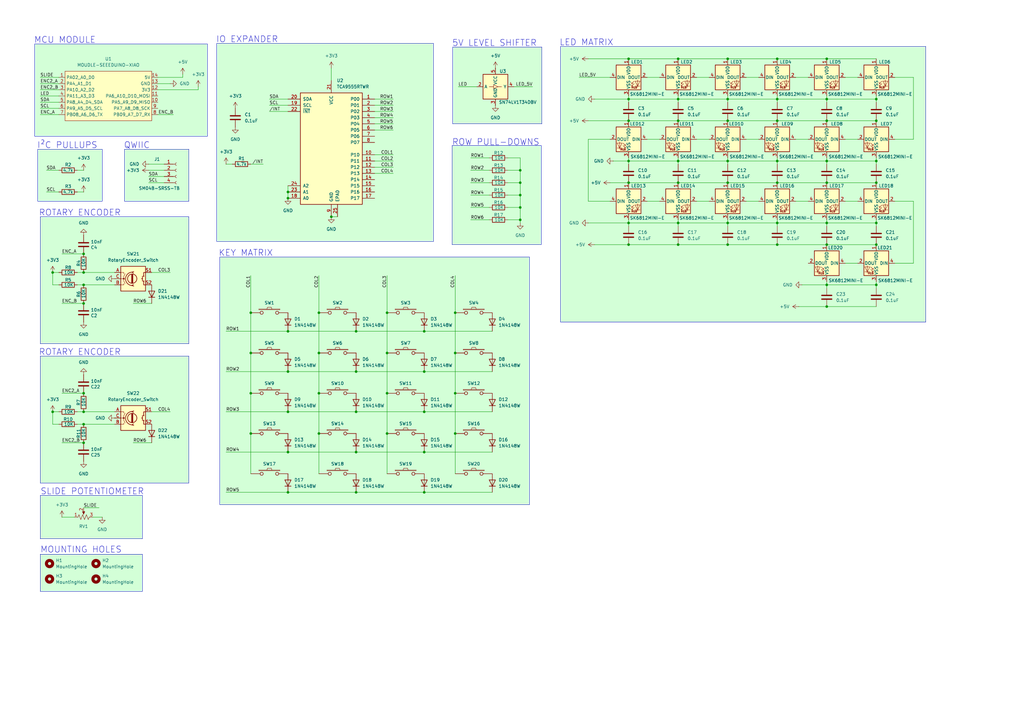
<source format=kicad_sch>
(kicad_sch (version 20231120) (generator "eeschema") (generator_version "8.0")
  (paper "A3")
  (junction (at 130.81 128.27))
  (junction (at 318.77 100.33))
  (junction (at 102.87 144.78))
  (junction (at 146.05 168.91))
  (junction (at 339.09 40.64))
  (junction (at 186.69 177.8))
  (junction (at 339.09 125.73))
  (junction (at 213.36 80.01))
  (junction (at 102.87 177.8))
  (junction (at 34.29 104.14))
  (junction (at 130.81 161.29))
  (junction (at 278.13 100.33))
  (junction (at 34.29 161.29))
  (junction (at 118.11 185.42))
  (junction (at 339.09 74.93))
  (junction (at 118.11 201.93))
  (junction (at 359.41 49.53))
  (junction (at 34.29 168.91))
  (junction (at 135.89 88.9))
  (junction (at 339.09 91.44))
  (junction (at 213.36 90.17))
  (junction (at 278.13 40.64))
  (junction (at 21.59 111.76))
  (junction (at 278.13 24.13))
  (junction (at 102.87 161.29))
  (junction (at 146.05 185.42))
  (junction (at 146.05 152.4))
  (junction (at 359.41 66.04))
  (junction (at 278.13 66.04))
  (junction (at 146.05 135.89))
  (junction (at 186.69 144.78))
  (junction (at 102.87 128.27))
  (junction (at 257.81 24.13))
  (junction (at 257.81 91.44))
  (junction (at 298.45 24.13))
  (junction (at 158.75 177.8))
  (junction (at 173.99 201.93))
  (junction (at 318.77 40.64))
  (junction (at 213.36 85.09))
  (junction (at 257.81 74.93))
  (junction (at 213.36 69.85))
  (junction (at 298.45 66.04))
  (junction (at 318.77 91.44))
  (junction (at 118.11 81.28))
  (junction (at 339.09 66.04))
  (junction (at 359.41 91.44))
  (junction (at 359.41 40.64))
  (junction (at 339.09 24.13))
  (junction (at 339.09 116.84))
  (junction (at 146.05 201.93))
  (junction (at 298.45 74.93))
  (junction (at 257.81 40.64))
  (junction (at 118.11 78.74))
  (junction (at 359.41 74.93))
  (junction (at 173.99 185.42))
  (junction (at 359.41 116.84))
  (junction (at 130.81 177.8))
  (junction (at 186.69 128.27))
  (junction (at 318.77 74.93))
  (junction (at 278.13 74.93))
  (junction (at 158.75 144.78))
  (junction (at 130.81 144.78))
  (junction (at 158.75 161.29))
  (junction (at 339.09 100.33))
  (junction (at 257.81 49.53))
  (junction (at 173.99 135.89))
  (junction (at 339.09 49.53))
  (junction (at 298.45 40.64))
  (junction (at 34.29 116.84))
  (junction (at 158.75 128.27))
  (junction (at 34.29 181.61))
  (junction (at 21.59 168.91))
  (junction (at 278.13 91.44))
  (junction (at 318.77 24.13))
  (junction (at 34.29 111.76))
  (junction (at 318.77 66.04))
  (junction (at 173.99 152.4))
  (junction (at 118.11 168.91))
  (junction (at 257.81 100.33))
  (junction (at 34.29 124.46))
  (junction (at 257.81 66.04))
  (junction (at 298.45 100.33))
  (junction (at 173.99 168.91))
  (junction (at 318.77 49.53))
  (junction (at 359.41 100.33))
  (junction (at 186.69 161.29))
  (junction (at 278.13 49.53))
  (junction (at 298.45 91.44))
  (junction (at 213.36 74.93))
  (junction (at 118.11 152.4))
  (junction (at 34.29 173.99))
  (junction (at 118.11 135.89))
  (junction (at 298.45 49.53))
  (wire (pts (xy 31.75 173.99) (xy 34.29 173.99)))
  (wire (pts (xy 25.4 104.14) (xy 34.29 104.14)))
  (wire (pts (xy 200.66 85.09) (xy 193.04 85.09)))
  (wire (pts (xy 367.03 82.55) (xy 374.65 82.55)))
  (wire (pts (xy 339.09 40.64) (xy 359.41 40.64)))
  (wire (pts (xy 41.91 212.09) (xy 38.1 212.09)))
  (wire (pts (xy 74.93 31.75) (xy 74.93 30.48)))
  (wire (pts (xy 367.03 57.15) (xy 374.65 57.15)))
  (wire (pts (xy 359.41 115.57) (xy 359.41 116.84)))
  (wire (pts (xy 118.11 78.74) (xy 118.11 81.28)))
  (wire (pts (xy 69.85 168.91) (xy 62.23 168.91)))
  (wire (pts (xy 118.11 185.42) (xy 146.05 185.42)))
  (wire (pts (xy 359.41 66.04) (xy 339.09 66.04)))
  (wire (pts (xy 64.77 34.29) (xy 69.85 34.29)))
  (wire (pts (xy 102.87 144.78) (xy 102.87 161.29)))
  (wire (pts (xy 374.65 107.95) (xy 374.65 82.55)))
  (wire (pts (xy 16.51 41.91) (xy 24.13 41.91)))
  (wire (pts (xy 146.05 168.91) (xy 173.99 168.91)))
  (wire (pts (xy 318.77 66.04) (xy 318.77 67.31)))
  (wire (pts (xy 118.11 201.93) (xy 146.05 201.93)))
  (wire (pts (xy 257.81 66.04) (xy 257.81 67.31)))
  (wire (pts (xy 102.87 113.03) (xy 102.87 128.27)))
  (wire (pts (xy 153.67 40.64) (xy 161.29 40.64)))
  (wire (pts (xy 339.09 125.73) (xy 359.41 125.73)))
  (wire (pts (xy 92.71 201.93) (xy 118.11 201.93)))
  (wire (pts (xy 213.36 85.09) (xy 213.36 90.17)))
  (wire (pts (xy 92.71 168.91) (xy 118.11 168.91)))
  (wire (pts (xy 285.75 82.55) (xy 290.83 82.55)))
  (wire (pts (xy 278.13 49.53) (xy 298.45 49.53)))
  (wire (pts (xy 298.45 40.64) (xy 298.45 39.37)))
  (wire (pts (xy 95.25 67.31) (xy 92.71 67.31)))
  (wire (pts (xy 158.75 177.8) (xy 158.75 194.31)))
  (wire (pts (xy 298.45 100.33) (xy 318.77 100.33)))
  (wire (pts (xy 278.13 40.64) (xy 278.13 39.37)))
  (wire (pts (xy 257.81 90.17) (xy 257.81 91.44)))
  (wire (pts (xy 31.75 78.74) (xy 34.29 78.74)))
  (wire (pts (xy 54.61 181.61) (xy 62.23 181.61)))
  (wire (pts (xy 102.87 128.27) (xy 102.87 144.78)))
  (wire (pts (xy 158.75 128.27) (xy 158.75 144.78)))
  (wire (pts (xy 359.41 66.04) (xy 359.41 67.31)))
  (wire (pts (xy 306.07 31.75) (xy 311.15 31.75)))
  (wire (pts (xy 118.11 40.64) (xy 110.49 40.64)))
  (wire (pts (xy 200.66 90.17) (xy 193.04 90.17)))
  (wire (pts (xy 339.09 40.64) (xy 339.09 41.91)))
  (wire (pts (xy 34.29 168.91) (xy 46.99 168.91)))
  (wire (pts (xy 298.45 74.93) (xy 318.77 74.93)))
  (wire (pts (xy 60.96 69.85) (xy 67.31 69.85)))
  (wire (pts (xy 173.99 185.42) (xy 201.93 185.42)))
  (wire (pts (xy 25.4 181.61) (xy 34.29 181.61)))
  (wire (pts (xy 200.66 69.85) (xy 193.04 69.85)))
  (wire (pts (xy 250.19 74.93) (xy 257.81 74.93)))
  (wire (pts (xy 118.11 168.91) (xy 146.05 168.91)))
  (wire (pts (xy 130.81 113.03) (xy 130.81 128.27)))
  (wire (pts (xy 118.11 152.4) (xy 146.05 152.4)))
  (wire (pts (xy 173.99 168.91) (xy 201.93 168.91)))
  (wire (pts (xy 243.84 100.33) (xy 257.81 100.33)))
  (wire (pts (xy 153.67 63.5) (xy 161.29 63.5)))
  (wire (pts (xy 186.69 177.8) (xy 186.69 194.31)))
  (wire (pts (xy 298.45 91.44) (xy 318.77 91.44)))
  (wire (pts (xy 218.44 35.56) (xy 210.82 35.56)))
  (wire (pts (xy 339.09 24.13) (xy 359.41 24.13)))
  (wire (pts (xy 24.13 69.85) (xy 19.05 69.85)))
  (wire (pts (xy 298.45 40.64) (xy 298.45 41.91)))
  (wire (pts (xy 213.36 74.93) (xy 213.36 80.01)))
  (wire (pts (xy 351.79 107.95) (xy 346.71 107.95)))
  (wire (pts (xy 146.05 185.42) (xy 173.99 185.42)))
  (wire (pts (xy 186.69 161.29) (xy 186.69 177.8)))
  (wire (pts (xy 359.41 40.64) (xy 359.41 41.91)))
  (wire (pts (xy 146.05 201.93) (xy 173.99 201.93)))
  (wire (pts (xy 71.12 46.99) (xy 64.77 46.99)))
  (wire (pts (xy 213.36 90.17) (xy 213.36 91.44)))
  (wire (pts (xy 250.19 57.15) (xy 241.3 57.15)))
  (wire (pts (xy 241.3 49.53) (xy 257.81 49.53)))
  (wire (pts (xy 339.09 91.44) (xy 339.09 90.17)))
  (wire (pts (xy 257.81 91.44) (xy 278.13 91.44)))
  (wire (pts (xy 339.09 91.44) (xy 359.41 91.44)))
  (wire (pts (xy 200.66 80.01) (xy 193.04 80.01)))
  (wire (pts (xy 359.41 64.77) (xy 359.41 66.04)))
  (wire (pts (xy 278.13 100.33) (xy 298.45 100.33)))
  (wire (pts (xy 318.77 49.53) (xy 298.45 49.53)))
  (wire (pts (xy 102.87 177.8) (xy 102.87 194.31)))
  (wire (pts (xy 208.28 74.93) (xy 213.36 74.93)))
  (wire (pts (xy 367.03 107.95) (xy 374.65 107.95)))
  (wire (pts (xy 118.11 135.89) (xy 146.05 135.89)))
  (wire (pts (xy 153.67 45.72) (xy 161.29 45.72)))
  (wire (pts (xy 34.29 173.99) (xy 46.99 173.99)))
  (wire (pts (xy 318.77 91.44) (xy 339.09 91.44)))
  (wire (pts (xy 64.77 31.75) (xy 74.93 31.75)))
  (wire (pts (xy 278.13 66.04) (xy 278.13 67.31)))
  (wire (pts (xy 346.71 31.75) (xy 351.79 31.75)))
  (wire (pts (xy 257.81 100.33) (xy 278.13 100.33)))
  (wire (pts (xy 298.45 66.04) (xy 278.13 66.04)))
  (wire (pts (xy 326.39 31.75) (xy 331.47 31.75)))
  (wire (pts (xy 31.75 111.76) (xy 34.29 111.76)))
  (wire (pts (xy 118.11 43.18) (xy 110.49 43.18)))
  (wire (pts (xy 265.43 31.75) (xy 270.51 31.75)))
  (wire (pts (xy 257.81 66.04) (xy 257.81 64.77)))
  (wire (pts (xy 278.13 40.64) (xy 278.13 41.91)))
  (wire (pts (xy 251.46 66.04) (xy 257.81 66.04)))
  (wire (pts (xy 130.81 161.29) (xy 130.81 177.8)))
  (wire (pts (xy 54.61 124.46) (xy 62.23 124.46)))
  (wire (pts (xy 60.96 72.39) (xy 67.31 72.39)))
  (wire (pts (xy 318.77 100.33) (xy 339.09 100.33)))
  (wire (pts (xy 158.75 113.03) (xy 158.75 128.27)))
  (wire (pts (xy 25.4 161.29) (xy 34.29 161.29)))
  (wire (pts (xy 351.79 57.15) (xy 346.71 57.15)))
  (wire (pts (xy 298.45 24.13) (xy 318.77 24.13)))
  (wire (pts (xy 130.81 144.78) (xy 130.81 161.29)))
  (wire (pts (xy 34.29 111.76) (xy 46.99 111.76)))
  (wire (pts (xy 31.75 69.85) (xy 34.29 69.85)))
  (wire (pts (xy 339.09 100.33) (xy 359.41 100.33)))
  (wire (pts (xy 16.51 31.75) (xy 24.13 31.75)))
  (wire (pts (xy 92.71 135.89) (xy 118.11 135.89)))
  (wire (pts (xy 153.67 50.8) (xy 161.29 50.8)))
  (wire (pts (xy 318.77 40.64) (xy 318.77 41.91)))
  (wire (pts (xy 339.09 91.44) (xy 339.09 92.71)))
  (wire (pts (xy 153.67 68.58) (xy 161.29 68.58)))
  (wire (pts (xy 359.41 49.53) (xy 339.09 49.53)))
  (wire (pts (xy 208.28 85.09) (xy 213.36 85.09)))
  (wire (pts (xy 339.09 116.84) (xy 339.09 118.11)))
  (wire (pts (xy 290.83 57.15) (xy 285.75 57.15)))
  (wire (pts (xy 331.47 57.15) (xy 326.39 57.15)))
  (wire (pts (xy 208.28 69.85) (xy 213.36 69.85)))
  (wire (pts (xy 187.96 35.56) (xy 195.58 35.56)))
  (wire (pts (xy 208.28 64.77) (xy 213.36 64.77)))
  (wire (pts (xy 25.4 124.46) (xy 34.29 124.46)))
  (wire (pts (xy 374.65 31.75) (xy 367.03 31.75)))
  (wire (pts (xy 208.28 90.17) (xy 213.36 90.17)))
  (wire (pts (xy 326.39 82.55) (xy 331.47 82.55)))
  (wire (pts (xy 265.43 82.55) (xy 270.51 82.55)))
  (wire (pts (xy 237.49 31.75) (xy 250.19 31.75)))
  (wire (pts (xy 16.51 44.45) (xy 24.13 44.45)))
  (wire (pts (xy 318.77 66.04) (xy 298.45 66.04)))
  (wire (pts (xy 318.77 91.44) (xy 318.77 92.71)))
  (wire (pts (xy 318.77 40.64) (xy 339.09 40.64)))
  (wire (pts (xy 21.59 173.99) (xy 24.13 173.99)))
  (wire (pts (xy 208.28 80.01) (xy 213.36 80.01)))
  (wire (pts (xy 298.45 66.04) (xy 298.45 67.31)))
  (wire (pts (xy 278.13 24.13) (xy 298.45 24.13)))
  (wire (pts (xy 241.3 57.15) (xy 241.3 82.55)))
  (wire (pts (xy 257.81 49.53) (xy 278.13 49.53)))
  (wire (pts (xy 359.41 91.44) (xy 359.41 92.71)))
  (wire (pts (xy 153.67 53.34) (xy 161.29 53.34)))
  (wire (pts (xy 153.67 48.26) (xy 161.29 48.26)))
  (wire (pts (xy 31.75 116.84) (xy 34.29 116.84)))
  (wire (pts (xy 339.09 49.53) (xy 318.77 49.53)))
  (wire (pts (xy 16.51 46.99) (xy 24.13 46.99)))
  (wire (pts (xy 153.67 43.18) (xy 161.29 43.18)))
  (wire (pts (xy 92.71 152.4) (xy 118.11 152.4)))
  (wire (pts (xy 339.09 74.93) (xy 359.41 74.93)))
  (wire (pts (xy 278.13 91.44) (xy 298.45 91.44)))
  (wire (pts (xy 16.51 34.29) (xy 24.13 34.29)))
  (wire (pts (xy 186.69 128.27) (xy 186.69 144.78)))
  (wire (pts (xy 118.11 76.2) (xy 118.11 78.74)))
  (wire (pts (xy 257.81 40.64) (xy 278.13 40.64)))
  (wire (pts (xy 118.11 45.72) (xy 110.49 45.72)))
  (wire (pts (xy 278.13 74.93) (xy 298.45 74.93)))
  (wire (pts (xy 21.59 168.91) (xy 24.13 168.91)))
  (wire (pts (xy 200.66 74.93) (xy 193.04 74.93)))
  (wire (pts (xy 339.09 40.64) (xy 339.09 39.37)))
  (wire (pts (xy 135.89 88.9) (xy 138.43 88.9)))
  (wire (pts (xy 102.87 161.29) (xy 102.87 177.8)))
  (wire (pts (xy 31.75 168.91) (xy 34.29 168.91)))
  (wire (pts (xy 298.45 40.64) (xy 318.77 40.64)))
  (wire (pts (xy 173.99 135.89) (xy 201.93 135.89)))
  (wire (pts (xy 298.45 91.44) (xy 298.45 90.17)))
  (wire (pts (xy 34.29 116.84) (xy 46.99 116.84)))
  (wire (pts (xy 346.71 82.55) (xy 351.79 82.55)))
  (wire (pts (xy 359.41 91.44) (xy 359.41 90.17)))
  (wire (pts (xy 298.45 66.04) (xy 298.45 64.77)))
  (wire (pts (xy 278.13 91.44) (xy 278.13 90.17)))
  (wire (pts (xy 318.77 24.13) (xy 339.09 24.13)))
  (wire (pts (xy 257.81 91.44) (xy 257.81 92.71)))
  (wire (pts (xy 243.84 40.64) (xy 257.81 40.64)))
  (wire (pts (xy 146.05 135.89) (xy 173.99 135.89)))
  (wire (pts (xy 374.65 57.15) (xy 374.65 31.75)))
  (wire (pts (xy 339.09 66.04) (xy 318.77 66.04)))
  (wire (pts (xy 81.28 36.83) (xy 81.28 35.56)))
  (wire (pts (xy 278.13 66.04) (xy 278.13 64.77)))
  (wire (pts (xy 153.67 71.12) (xy 161.29 71.12)))
  (wire (pts (xy 306.07 82.55) (xy 311.15 82.55)))
  (wire (pts (xy 64.77 36.83) (xy 81.28 36.83)))
  (wire (pts (xy 173.99 152.4) (xy 201.93 152.4)))
  (wire (pts (xy 21.59 116.84) (xy 24.13 116.84)))
  (wire (pts (xy 130.81 177.8) (xy 130.81 194.31)))
  (wire (pts (xy 16.51 39.37) (xy 24.13 39.37)))
  (wire (pts (xy 318.77 91.44) (xy 318.77 90.17)))
  (wire (pts (xy 69.85 111.76) (xy 62.23 111.76)))
  (wire (pts (xy 130.81 128.27) (xy 130.81 144.78)))
  (wire (pts (xy 186.69 144.78) (xy 186.69 161.29)))
  (wire (pts (xy 213.36 69.85) (xy 213.36 74.93)))
  (wire (pts (xy 278.13 40.64) (xy 298.45 40.64)))
  (wire (pts (xy 318.77 74.93) (xy 339.09 74.93)))
  (wire (pts (xy 257.81 39.37) (xy 257.81 40.64)))
  (wire (pts (xy 146.05 152.4) (xy 173.99 152.4)))
  (wire (pts (xy 285.75 31.75) (xy 290.83 31.75)))
  (wire (pts (xy 21.59 111.76) (xy 24.13 111.76)))
  (wire (pts (xy 60.96 74.93) (xy 67.31 74.93)))
  (wire (pts (xy 173.99 201.93) (xy 201.93 201.93)))
  (wire (pts (xy 34.29 208.28) (xy 40.64 208.28)))
  (wire (pts (xy 241.3 82.55) (xy 250.19 82.55)))
  (wire (pts (xy 339.09 66.04) (xy 339.09 64.77)))
  (wire (pts (xy 257.81 74.93) (xy 278.13 74.93)))
  (wire (pts (xy 311.15 57.15) (xy 306.07 57.15)))
  (wire (pts (xy 186.69 113.03) (xy 186.69 128.27)))
  (wire (pts (xy 153.67 66.04) (xy 161.29 66.04)))
  (wire (pts (xy 359.41 116.84) (xy 339.09 116.84)))
  (wire (pts (xy 135.89 27.94) (xy 135.89 33.02)))
  (wire (pts (xy 158.75 161.29) (xy 158.75 177.8)))
  (wire (pts (xy 241.3 91.44) (xy 257.81 91.44)))
  (wire (pts (xy 213.36 64.77) (xy 213.36 69.85)))
  (wire (pts (xy 318.77 40.64) (xy 318.77 39.37)))
  (wire (pts (xy 270.51 57.15) (xy 265.43 57.15)))
  (wire (pts (xy 339.09 116.84) (xy 339.09 115.57)))
  (wire (pts (xy 102.87 67.31) (xy 107.95 67.31)))
  (wire (pts (xy 359.41 40.64) (xy 359.41 39.37)))
  (wire (pts (xy 328.93 116.84) (xy 339.09 116.84)))
  (wire (pts (xy 257.81 24.13) (xy 278.13 24.13)))
  (wire (pts (xy 241.3 24.13) (xy 257.81 24.13)))
  (wire (pts (xy 257.81 40.64) (xy 257.81 41.91)))
  (wire (pts (xy 278.13 91.44) (xy 278.13 92.71)))
  (wire (pts (xy 60.96 67.31) (xy 67.31 67.31)))
  (wire (pts (xy 213.36 80.01) (xy 213.36 85.09)))
  (wire (pts (xy 298.45 91.44) (xy 298.45 92.71)))
  (wire (pts (xy 21.59 168.91) (xy 21.59 173.99)))
  (wire (pts (xy 339.09 66.04) (xy 339.09 67.31)))
  (wire (pts (xy 327.66 125.73) (xy 339.09 125.73)))
  (wire (pts (xy 92.71 185.42) (xy 118.11 185.42)))
  (wire (pts (xy 25.4 212.09) (xy 30.48 212.09)))
  (wire (pts (xy 359.41 116.84) (xy 359.41 118.11)))
  (wire (pts (xy 24.13 78.74) (xy 19.05 78.74)))
  (wire (pts (xy 318.77 66.04) (xy 318.77 64.77)))
  (wire (pts (xy 16.51 36.83) (xy 24.13 36.83)))
  (wire (pts (xy 278.13 66.04) (xy 257.81 66.04)))
  (wire (pts (xy 200.66 64.77) (xy 193.04 64.77)))
  (wire (pts (xy 21.59 111.76) (xy 21.59 116.84)))
  (wire (pts (xy 158.75 144.78) (xy 158.75 161.29)))
  (rectangle (start 16.51 88.9) (end 77.47 140.97) (fill (type color) (color 211 255 215 1)))
  (rectangle (start 229.87 19.05) (end 379.73 132.08) (fill (type color) (color 211 255 215 1)))
  (rectangle (start 14.224 18.034) (end 85.09 55.88) (fill (type color) (color 211 255 215 1)))
  (rectangle (start 90.17 105.41) (end 217.17 207.01) (fill (type color) (color 211 255 215 1)))
  (rectangle (start 16.51 203.2) (end 58.42 220.98) (fill (type color) (color 211 255 215 1)))
  (rectangle (start 88.9 17.78) (end 177.8 99.06) (fill (type color) (color 211 255 215 1)))
  (rectangle (start 15.494 61.214) (end 41.91 82.55) (fill (type color) (color 211 255 215 1)))
  (rectangle (start 16.51 146.05) (end 77.47 198.12) (fill (type color) (color 211 255 215 1)))
  (rectangle (start 185.674 19.304) (end 222.25 50.8) (fill (type color) (color 211 255 215 1)))
  (rectangle (start 51.054 61.214) (end 77.47 82.55) (fill (type color) (color 211 255 215 1)))
  (rectangle (start 16.51 227.33) (end 58.42 242.57) (fill (type color) (color 211 255 215 1)))
  (rectangle (start 185.42 59.69) (end 221.996 100.33) (fill (type color) (color 211 255 215 1)))
  (text "LED MATRIX" (at 240.538 17.526 0) (effects (font (size 2.54 2.54))))
  (text "ROW PULL-DOWNS" (at 185.42 58.42 0) (effects (font (size 2.54 2.54)) (justify left)))
  (text "MCU MODULE" (at 13.97 16.51 0) (effects (font (size 2.54 2.54)) (justify left)))
  (text "IO EXPANDER" (at 88.646 16.256 0) (effects (font (size 2.54 2.54)) (justify left)))
  (text "SLIDE POTENTIOMETER" (at 37.846 201.676 0) (effects (font (size 2.54 2.54))))
  (text "KEY MATRIX" (at 100.838 103.886 0) (effects (font (size 2.54 2.54))))
  (text "MOUNTING HOLES" (at 16.51 225.552 0) (effects (font (size 2.54 2.54)) (justify left)))
  (text "QWIIC" (at 50.8 59.69 0) (effects (font (size 2.54 2.54)) (justify left)))
  (text "ROTARY ENCODER" (at 32.766 87.376 0) (effects (font (size 2.54 2.54))))
  (text "5V LEVEL SHIFTER" (at 185.42 17.78 0) (effects (font (size 2.54 2.54)) (justify left)))
  (text "ROTARY ENCODER" (at 32.766 144.526 0) (effects (font (size 2.54 2.54))))
  (text "I²C PULLUPS" (at 15.24 59.69 0) (effects (font (size 2.54 2.54)) (justify left)))
  (label "ENC_A" (at 16.51 46.99 0))
  (label "LED" (at 16.51 39.37 0))
  (label "ROW3" (at 92.71 168.91 0))
  (label "COL4" (at 69.85 168.91 180))
  (label "COL2" (at 130.81 113.03 270))
  (label "SLIDE" (at 34.29 208.28 0))
  (label "ROW5" (at 161.29 50.8 180))
  (label "SCL" (at 60.96 74.93 0))
  (label "ROW2" (at 92.71 152.4 0))
  (label "COL3" (at 161.29 68.58 180))
  (label "SLIDE" (at 16.51 31.75 0))
  (label "SDA" (at 19.05 69.85 0))
  (label "ENC_B" (at 71.12 46.99 180))
  (label "ROW6" (at 193.04 90.17 0))
  (label "ROW6" (at 161.29 53.34 180))
  (label "COL1" (at 102.87 113.03 270))
  (label "ROW4" (at 92.71 185.42 0))
  (label "ROW5" (at 193.04 85.09 0))
  (label "ENC2_A" (at 25.4 161.29 0))
  (label "COL4" (at 186.69 113.03 270))
  (label "LED_5V" (at 237.49 31.75 0))
  (label "ROW6" (at 54.61 124.46 0))
  (label "ROW4" (at 161.29 48.26 180))
  (label "COL3" (at 158.75 113.03 270))
  (label "{slash}INT" (at 107.95 67.31 180))
  (label "ENC_B" (at 25.4 124.46 0))
  (label "ENC2_B" (at 16.51 36.83 0))
  (label "ROW4" (at 193.04 80.01 0))
  (label "SDA" (at 60.96 72.39 0))
  (label "ROW2" (at 193.04 69.85 0))
  (label "ROW1" (at 161.29 40.64 180))
  (label "ROW6" (at 54.61 181.61 0))
  (label "COL1" (at 161.29 63.5 180))
  (label "SDA" (at 16.51 41.91 0))
  (label "ROW1" (at 92.71 135.89 0))
  (label "ROW2" (at 161.29 43.18 180))
  (label "ENC_A" (at 25.4 104.14 0))
  (label "LED" (at 187.96 35.56 0))
  (label "COL4" (at 161.29 71.12 180))
  (label "ROW1" (at 193.04 64.77 0))
  (label "ROW5" (at 92.71 201.93 0))
  (label "SCL" (at 16.51 44.45 0))
  (label "COL3" (at 69.85 111.76 180))
  (label "SDA" (at 110.49 40.64 0))
  (label "ROW3" (at 161.29 45.72 180))
  (label "ROW3" (at 193.04 74.93 0))
  (label "ENC2_B" (at 25.4 181.61 0))
  (label "ENC2_A" (at 16.51 34.29 0))
  (label "{slash}INT" (at 110.49 45.72 0))
  (label "COL2" (at 161.29 66.04 180))
  (label "LED_5V" (at 218.44 35.56 180))
  (label "SCL" (at 110.49 43.18 0))
  (label "SCL" (at 19.05 78.74 0))
  (symbol (lib_id "power:GND") (at 69.85 34.29 90) (unit 1)
    (property "Reference" "#PWR03" (effects (hide yes)))
    (property "Value" "GND" (at 73.66 34.2899 90) (effects (justify right)))
    (property "Description" "Power symbol creates a global label with name \"GND\" , ground" (effects (hide yes)))
  )
  (symbol (lib_id "Device:R") (at 34.29 107.95 0) (mirror x) (unit 1)
    (property "Reference" "R4" (at 32.258 107.95 90))
    (property "Value" "10K" (at 34.29 107.696 90))
    (property "Footprint" "Resistor_SMD:R_0603_1608Metric_Pad0.98x0.95mm_HandSolder" (effects (hide yes)))
    (property "DigiKey Part Number" "RMCF0603FT10K0" (effects (hide yes)))
  )
  (symbol (lib_id "Device:D") (at 118.11 148.59 90) (unit 1)
    (property "Reference" "D5" (at 120.65 147.3199 90) (effects (justify right)))
    (property "Value" "1N4148W" (at 120.65 149.8599 90) (effects (justify right)))
    (property "Footprint" "Diode_SMD:D_SOD-123" (effects (hide yes)))
    (property "Description" "Diode" (effects (hide yes)))
    (property "Sim.Device" "D" (effects (hide yes)))
    (property "Sim.Pins" "1=K 2=A" (effects (hide yes)))
    (property "DigiKey Part Number" "1N4148W" (effects (hide yes)))
  )
  (symbol (lib_id "Device:R") (at 204.47 64.77 90) (mirror x) (unit 1)
    (property "Reference" "R12" (at 204.47 62.738 90))
    (property "Value" "10K" (at 204.724 64.77 90))
    (property "Footprint" "Resistor_SMD:R_0603_1608Metric_Pad0.98x0.95mm_HandSolder" (effects (hide yes)))
    (property "DigiKey Part Number" "RMCF0603FT10K0" (effects (hide yes)))
  )
  (symbol (lib_id "gupboard40-rescue:SK6812MINI-E-kicad-keyboard-parts") (at 359.41 31.75 0) (unit 1)
    (property "Reference" "LED6" (at 360.426 25.4 0) (effects (justify left)))
    (property "Value" "SK6812MINI-E" (at 359.918 38.608 0) (effects (justify left)))
    (property "Footprint" "kicad-keyboard-parts:MX_SK6812MINI-E" (effects (hide yes)))
    (property "Datasheet" "https://cdn-shop.adafruit.com/product-files/2686/SK6812MINI_REV.01-1-2.pdf" (effects (hide yes)))
    (property "DigiKey Part Number" "1528-4960-ND" (effects (hide yes)))
  )
  (symbol (lib_id "Mechanical:MountingHole") (at 39.37 237.49 0) (unit 1) (exclude_from_sim yes) (in_bom no)
    (property "Reference" "H4" (at 41.91 236.2199 0) (effects (justify left)))
    (property "Value" "MountingHole" (at 41.91 238.7599 0) (effects (justify left)))
    (property "Footprint" "MountingHole:MountingHole_2.2mm_M2" (effects (hide yes)))
    (property "Description" "Mounting Hole without connection" (effects (hide yes)))
  )
  (symbol (lib_id "Device:C") (at 34.29 185.42 0) (mirror y) (unit 1)
    (property "Reference" "C25" (at 37.211 186.5884 0) (effects (justify right)))
    (property "Value" "10nF" (at 37.211 184.277 0) (effects (justify right)))
    (property "Footprint" "Capacitor_SMD:C_0603_1608Metric_Pad1.08x0.95mm_HandSolder" (effects (hide yes)))
    (property "DigiKey Part Number" "C1608X7R2A103M080AA" (effects (hide yes)))
  )
  (symbol (lib_id "Device:C") (at 318.77 45.72 0) (unit 1)
    (property "Reference" "C7" (at 322.58 44.4499 0) (effects (justify left)))
    (property "Value" "0.1uF" (at 322.58 46.9899 0) (effects (justify left)))
    (property "Footprint" "Capacitor_SMD:C_0603_1608Metric_Pad1.08x0.95mm_HandSolder" (effects (hide yes)))
    (property "Description" "Unpolarized capacitor" (effects (hide yes)))
    (property "DigiKey Part Number" "CC0603KRX7R7BB104" (effects (hide yes)))
  )
  (symbol (lib_id "Device:R") (at 27.94 111.76 90) (mirror x) (unit 1)
    (property "Reference" "R8" (at 27.94 109.728 90))
    (property "Value" "10K" (at 28.194 111.76 90))
    (property "Footprint" "Resistor_SMD:R_0603_1608Metric_Pad0.98x0.95mm_HandSolder" (effects (hide yes)))
    (property "DigiKey Part Number" "RMCF0603FT10K0" (effects (hide yes)))
  )
  (symbol (lib_id "power:+3V3") (at 81.28 35.56 0) (unit 1)
    (property "Reference" "#PWR02" (effects (hide yes)))
    (property "Value" "+3V3" (at 81.28 30.48 0))
    (property "Description" "Power symbol creates a global label with name \"+3V3\"" (effects (hide yes)))
  )
  (symbol (lib_id "Device:D") (at 173.99 181.61 90) (unit 1)
    (property "Reference" "D15" (at 176.53 180.3399 90) (effects (justify right)))
    (property "Value" "1N4148W" (at 176.53 182.8799 90) (effects (justify right)))
    (property "Footprint" "Diode_SMD:D_SOD-123" (effects (hide yes)))
    (property "Description" "Diode" (effects (hide yes)))
    (property "Sim.Device" "D" (effects (hide yes)))
    (property "Sim.Pins" "1=K 2=A" (effects (hide yes)))
    (property "DigiKey Part Number" "1N4148W" (effects (hide yes)))
  )
  (symbol (lib_id "Ians_symbols:keyswitch") (at 138.43 144.78 0) (mirror y) (unit 1)
    (property "Reference" "SW6" (at 138.43 140.716 0))
    (property "Value" "keyswitch" (effects (hide yes)))
    (property "Footprint" "Button_Switch_Keyboard:SW_Cherry_MX_1.00u_PCB" (effects (hide yes)))
    (property "DigiKey Part Number" "MX2A-11NA" (effects (hide yes)))
  )
  (symbol (lib_id "Ians_symbols:keyswitch") (at 166.37 177.8 0) (mirror y) (unit 1)
    (property "Reference" "SW15" (at 166.37 173.736 0))
    (property "Value" "keyswitch" (effects (hide yes)))
    (property "Footprint" "Button_Switch_Keyboard:SW_Cherry_MX_1.00u_PCB" (effects (hide yes)))
    (property "DigiKey Part Number" "MX2A-11NA" (effects (hide yes)))
  )
  (symbol (lib_id "Device:C") (at 339.09 96.52 0) (unit 1)
    (property "Reference" "C20" (at 342.9 95.2499 0) (effects (justify left)))
    (property "Value" "0.1uF" (at 342.9 97.7899 0) (effects (justify left)))
    (property "Footprint" "Capacitor_SMD:C_0603_1608Metric_Pad1.08x0.95mm_HandSolder" (effects (hide yes)))
    (property "Description" "Unpolarized capacitor" (effects (hide yes)))
    (property "DigiKey Part Number" "CC0603KRX7R7BB104" (effects (hide yes)))
  )
  (symbol (lib_id "Ians_symbols:keyswitch") (at 194.31 144.78 0) (mirror y) (unit 1)
    (property "Reference" "SW8" (at 194.31 140.716 0))
    (property "Value" "keyswitch" (effects (hide yes)))
    (property "Footprint" "Button_Switch_Keyboard:SW_Cherry_MX_1.00u_PCB" (effects (hide yes)))
    (property "DigiKey Part Number" "MX2A-11NA" (effects (hide yes)))
  )
  (symbol (lib_id "Device:D") (at 201.93 148.59 90) (unit 1)
    (property "Reference" "D8" (at 204.47 147.3199 90) (effects (justify right)))
    (property "Value" "1N4148W" (at 204.47 149.8599 90) (effects (justify right)))
    (property "Footprint" "Diode_SMD:D_SOD-123" (effects (hide yes)))
    (property "Description" "Diode" (effects (hide yes)))
    (property "Sim.Device" "D" (effects (hide yes)))
    (property "Sim.Pins" "1=K 2=A" (effects (hide yes)))
    (property "DigiKey Part Number" "1N4148W" (effects (hide yes)))
  )
  (symbol (lib_id "gupboard40-rescue:SK6812MINI-E-kicad-keyboard-parts") (at 339.09 31.75 0) (unit 1)
    (property "Reference" "LED5" (at 340.106 25.4 0) (effects (justify left)))
    (property "Value" "SK6812MINI-E" (at 339.598 38.608 0) (effects (justify left)))
    (property "Footprint" "kicad-keyboard-parts:MX_SK6812MINI-E" (effects (hide yes)))
    (property "Datasheet" "https://cdn-shop.adafruit.com/product-files/2686/SK6812MINI_REV.01-1-2.pdf" (effects (hide yes)))
    (property "DigiKey Part Number" "1528-4960-ND" (effects (hide yes)))
  )
  (symbol (lib_id "Device:C") (at 359.41 96.52 0) (unit 1)
    (property "Reference" "C21" (at 363.22 95.2499 0) (effects (justify left)))
    (property "Value" "0.1uF" (at 363.22 97.7899 0) (effects (justify left)))
    (property "Footprint" "Capacitor_SMD:C_0603_1608Metric_Pad1.08x0.95mm_HandSolder" (effects (hide yes)))
    (property "Description" "Unpolarized capacitor" (effects (hide yes)))
    (property "DigiKey Part Number" "CC0603KRX7R7BB104" (effects (hide yes)))
  )
  (symbol (lib_id "Device:C") (at 339.09 121.92 0) (unit 1)
    (property "Reference" "C23" (at 342.9 120.6499 0) (effects (justify left)))
    (property "Value" "0.1uF" (at 342.9 123.1899 0) (effects (justify left)))
    (property "Footprint" "Capacitor_SMD:C_0603_1608Metric_Pad1.08x0.95mm_HandSolder" (effects (hide yes)))
    (property "Description" "Unpolarized capacitor" (effects (hide yes)))
    (property "DigiKey Part Number" "CC0603KRX7R7BB104" (effects (hide yes)))
  )
  (symbol (lib_id "Device:D") (at 146.05 181.61 90) (unit 1)
    (property "Reference" "D14" (at 148.59 180.3399 90) (effects (justify right)))
    (property "Value" "1N4148W" (at 148.59 182.8799 90) (effects (justify right)))
    (property "Footprint" "Diode_SMD:D_SOD-123" (effects (hide yes)))
    (property "Description" "Diode" (effects (hide yes)))
    (property "Sim.Device" "D" (effects (hide yes)))
    (property "Sim.Pins" "1=K 2=A" (effects (hide yes)))
    (property "DigiKey Part Number" "1N4148W" (effects (hide yes)))
  )
  (symbol (lib_id "Device:R") (at 27.94 69.85 90) (unit 1)
    (property "Reference" "R2" (at 27.94 67.564 90))
    (property "Value" "4.7k" (at 27.94 69.85 90))
    (property "Footprint" "Resistor_SMD:R_0603_1608Metric_Pad0.98x0.95mm_HandSolder" (effects (hide yes)))
    (property "Description" "Resistor" (effects (hide yes)))
    (property "DigiKey Part Number" "RMCF0603FT4K70" (effects (hide yes)))
  )
  (symbol (lib_id "power:GND") (at 118.11 81.28 0) (unit 1)
    (property "Reference" "#PWR06" (effects (hide yes)))
    (property "Value" "GND" (at 118.11 86.36 0))
    (property "Description" "Power symbol creates a global label with name \"GND\" , ground" (effects (hide yes)))
  )
  (symbol (lib_id "Device:C") (at 318.77 96.52 0) (unit 1)
    (property "Reference" "C19" (at 322.58 95.2499 0) (effects (justify left)))
    (property "Value" "0.1uF" (at 322.58 97.7899 0) (effects (justify left)))
    (property "Footprint" "Capacitor_SMD:C_0603_1608Metric_Pad1.08x0.95mm_HandSolder" (effects (hide yes)))
    (property "Description" "Unpolarized capacitor" (effects (hide yes)))
    (property "DigiKey Part Number" "CC0603KRX7R7BB104" (effects (hide yes)))
  )
  (symbol (lib_id "Device:C") (at 339.09 45.72 0) (unit 1)
    (property "Reference" "C8" (at 342.9 44.4499 0) (effects (justify left)))
    (property "Value" "0.1uF" (at 342.9 46.9899 0) (effects (justify left)))
    (property "Footprint" "Capacitor_SMD:C_0603_1608Metric_Pad1.08x0.95mm_HandSolder" (effects (hide yes)))
    (property "Description" "Unpolarized capacitor" (effects (hide yes)))
    (property "DigiKey Part Number" "CC0603KRX7R7BB104" (effects (hide yes)))
  )
  (symbol (lib_id "Ians_symbols:keyswitch") (at 194.31 194.31 0) (mirror y) (unit 1)
    (property "Reference" "SW20" (at 194.31 190.246 0))
    (property "Value" "keyswitch" (effects (hide yes)))
    (property "Footprint" "Button_Switch_Keyboard:SW_Cherry_MX_1.00u_PCB" (effects (hide yes)))
    (property "DigiKey Part Number" "MX2A-11NA" (effects (hide yes)))
  )
  (symbol (lib_id "gupboard40-rescue:SK6812MINI-E-kicad-keyboard-parts") (at 278.13 57.15 0) (mirror y) (unit 1)
    (property "Reference" "LED11" (at 284.734 50.8 0) (effects (justify left)))
    (property "Value" "SK6812MINI-E" (at 293.116 64.262 0) (effects (justify left)))
    (property "Footprint" "kicad-keyboard-parts:MX_SK6812MINI-E" (effects (hide yes)))
    (property "Datasheet" "https://cdn-shop.adafruit.com/product-files/2686/SK6812MINI_REV.01-1-2.pdf" (effects (hide yes)))
    (property "DigiKey Part Number" "1528-4960-ND" (effects (hide yes)))
  )
  (symbol (lib_id "power:+3V3") (at 96.52 44.45 0) (unit 1)
    (property "Reference" "#PWR08" (effects (hide yes)))
    (property "Value" "+3V3" (at 96.52 39.37 0))
    (property "Description" "Power symbol creates a global label with name \"+3V3\"" (effects (hide yes)))
  )
  (symbol (lib_id "gupboard40-rescue:SK6812MINI-E-kicad-keyboard-parts") (at 278.13 31.75 0) (unit 1)
    (property "Reference" "LED2" (at 279.146 25.4 0) (effects (justify left)))
    (property "Value" "SK6812MINI-E" (at 278.638 38.608 0) (effects (justify left)))
    (property "Footprint" "kicad-keyboard-parts:MX_SK6812MINI-E" (effects (hide yes)))
    (property "Datasheet" "https://cdn-shop.adafruit.com/product-files/2686/SK6812MINI_REV.01-1-2.pdf" (effects (hide yes)))
    (property "DigiKey Part Number" "1528-4960-ND" (effects (hide yes)))
  )
  (symbol (lib_id "Device:D") (at 173.99 198.12 90) (unit 1)
    (property "Reference" "D19" (at 176.53 196.8499 90) (effects (justify right)))
    (property "Value" "1N4148W" (at 176.53 199.3899 90) (effects (justify right)))
    (property "Footprint" "Diode_SMD:D_SOD-123" (effects (hide yes)))
    (property "Description" "Diode" (effects (hide yes)))
    (property "Sim.Device" "D" (effects (hide yes)))
    (property "Sim.Pins" "1=K 2=A" (effects (hide yes)))
    (property "DigiKey Part Number" "1N4148W" (effects (hide yes)))
  )
  (symbol (lib_id "Device:D") (at 173.99 148.59 90) (unit 1)
    (property "Reference" "D7" (at 176.53 147.3199 90) (effects (justify right)))
    (property "Value" "1N4148W" (at 176.53 149.8599 90) (effects (justify right)))
    (property "Footprint" "Diode_SMD:D_SOD-123" (effects (hide yes)))
    (property "Description" "Diode" (effects (hide yes)))
    (property "Sim.Device" "D" (effects (hide yes)))
    (property "Sim.Pins" "1=K 2=A" (effects (hide yes)))
    (property "DigiKey Part Number" "1N4148W" (effects (hide yes)))
  )
  (symbol (lib_id "Interface_Expansion:TCA9555RTWR") (at 135.89 60.96 0) (unit 1)
    (property "Reference" "U2" (at 138.0841 33.02 0) (effects (justify left)))
    (property "Value" "TCA9555RTWR" (at 138.0841 35.56 0) (effects (justify left)))
    (property "Footprint" "Package_DFN_QFN:WQFN-24-1EP_4x4mm_P0.5mm_EP2.45x2.45mm" (effects (hide yes)))
    (property "Datasheet" "http://www.ti.com/lit/ds/symlink/tca9555.pdf" (effects (hide yes)))
    (property "Description" "16-bit I/O expander, I2C and SMBus interface, interrupts, w/ pull-ups, QFN-24" (effects (hide yes)))
    (property "DigiKey Part Number" "TCA9555RTWR" (effects (hide yes)))
  )
  (symbol (lib_id "Device:D") (at 62.23 177.8 90) (unit 1)
    (property "Reference" "D22" (at 64.77 176.5299 90) (effects (justify right)))
    (property "Value" "1N4148W" (at 64.77 179.0699 90) (effects (justify right)))
    (property "Footprint" "Diode_SMD:D_SOD-123" (effects (hide yes)))
    (property "Description" "Diode" (effects (hide yes)))
    (property "Sim.Device" "D" (effects (hide yes)))
    (property "Sim.Pins" "1=K 2=A" (effects (hide yes)))
    (property "DigiKey Part Number" "1N4148W" (effects (hide yes)))
  )
  (symbol (lib_id "power:GND") (at 96.52 52.07 0) (mirror y) (unit 1)
    (property "Reference" "#PWR07" (effects (hide yes)))
    (property "Value" "GND" (at 96.52 57.15 0))
    (property "Description" "Power symbol creates a global label with name \"GND\" , ground" (effects (hide yes)))
  )
  (symbol (lib_id "power:+5V") (at 250.19 74.93 90) (unit 1)
    (property "Reference" "#PWR032" (effects (hide yes)))
    (property "Value" "+5V" (at 246.38 74.9299 90) (effects (justify left)))
    (property "Description" "Power symbol creates a global label with name \"+5V\"" (effects (hide yes)))
  )
  (symbol (lib_id "gupboard40-rescue:SK6812MINI-E-kicad-keyboard-parts") (at 359.41 107.95 0) (mirror y) (unit 1)
    (property "Reference" "LED21" (at 366.014 101.6 0) (effects (justify left)))
    (property "Value" "SK6812MINI-E" (at 374.396 115.062 0) (effects (justify left)))
    (property "Footprint" "kicad-keyboard-parts:MX_SK6812MINI-E" (effects (hide yes)))
    (property "Datasheet" "https://cdn-shop.adafruit.com/product-files/2686/SK6812MINI_REV.01-1-2.pdf" (effects (hide yes)))
    (property "DigiKey Part Number" "1528-4960-ND" (effects (hide yes)))
  )
  (symbol (lib_id "Device:R") (at 99.06 67.31 270) (mirror x) (unit 1)
    (property "Reference" "R1" (at 99.06 65.024 90))
    (property "Value" "4.7k" (at 99.06 67.31 90))
    (property "Footprint" "Resistor_SMD:R_0603_1608Metric_Pad0.98x0.95mm_HandSolder" (effects (hide yes)))
    (property "Description" "Resistor" (effects (hide yes)))
    (property "DigiKey Part Number" "RMCF0603FT4K70" (effects (hide yes)))
  )
  (symbol (lib_id "gupboard40-rescue:SK6812MINI-E-kicad-keyboard-parts") (at 298.45 57.15 0) (mirror y) (unit 1)
    (property "Reference" "LED10" (at 305.054 50.8 0) (effects (justify left)))
    (property "Value" "SK6812MINI-E" (at 313.436 64.262 0) (effects (justify left)))
    (property "Footprint" "kicad-keyboard-parts:MX_SK6812MINI-E" (effects (hide yes)))
    (property "Datasheet" "https://cdn-shop.adafruit.com/product-files/2686/SK6812MINI_REV.01-1-2.pdf" (effects (hide yes)))
    (property "DigiKey Part Number" "1528-4960-ND" (effects (hide yes)))
  )
  (symbol (lib_id "Device:R") (at 27.94 168.91 90) (mirror x) (unit 1)
    (property "Reference" "R9" (at 27.94 166.878 90))
    (property "Value" "10K" (at 28.194 168.91 90))
    (property "Footprint" "Resistor_SMD:R_0603_1608Metric_Pad0.98x0.95mm_HandSolder" (effects (hide yes)))
    (property "DigiKey Part Number" "RMCF0603FT10K0" (effects (hide yes)))
  )
  (symbol (lib_id "power:+3V3") (at 34.29 78.74 0) (unit 1)
    (property "Reference" "#PWR011" (effects (hide yes)))
    (property "Value" "+3V3" (at 34.29 73.66 0))
    (property "Description" "Power symbol creates a global label with name \"+3V3\"" (effects (hide yes)))
  )
  (symbol (lib_id "Device:D") (at 118.11 198.12 90) (unit 1)
    (property "Reference" "D17" (at 120.65 196.8499 90) (effects (justify right)))
    (property "Value" "1N4148W" (at 120.65 199.3899 90) (effects (justify right)))
    (property "Footprint" "Diode_SMD:D_SOD-123" (effects (hide yes)))
    (property "Description" "Diode" (effects (hide yes)))
    (property "Sim.Device" "D" (effects (hide yes)))
    (property "Sim.Pins" "1=K 2=A" (effects (hide yes)))
    (property "DigiKey Part Number" "1N4148W" (effects (hide yes)))
  )
  (symbol (lib_id "Device:D") (at 201.93 132.08 90) (unit 1)
    (property "Reference" "D4" (at 204.47 130.8099 90) (effects (justify right)))
    (property "Value" "1N4148W" (at 204.47 133.3499 90) (effects (justify right)))
    (property "Footprint" "Diode_SMD:D_SOD-123" (effects (hide yes)))
    (property "Description" "Diode" (effects (hide yes)))
    (property "Sim.Device" "D" (effects (hide yes)))
    (property "Sim.Pins" "1=K 2=A" (effects (hide yes)))
    (property "DigiKey Part Number" "1N4148W" (effects (hide yes)))
  )
  (symbol (lib_id "power:GND") (at 328.93 116.84 270) (unit 1)
    (property "Reference" "#PWR024" (effects (hide yes)))
    (property "Value" "GND" (at 325.12 116.8399 90) (effects (justify right)))
    (property "Description" "Power symbol creates a global label with name \"GND\" , ground" (effects (hide yes)))
  )
  (symbol (lib_id "Connector:Conn_01x04_Socket") (at 72.39 69.85 0) (unit 1)
    (property "Reference" "J1" (at 63.246 65.278 0) (effects (justify left)))
    (property "Value" "SM04B-SRSS-TB" (at 56.896 77.216 0) (effects (justify left)))
    (property "Footprint" "zzz_Project:CONN_SM04B-SRSS-TB_JST" (effects (hide yes)))
    (property "Description" "Generic connector, single row, 01x04, script generated" (effects (hide yes)))
    (property "DigiKey Part Number" "SM04B-SRSS-TB" (effects (hide yes)))
  )
  (symbol (lib_id "Ians_symbols:keyswitch") (at 110.49 177.8 0) (mirror y) (unit 1)
    (property "Reference" "SW13" (at 110.49 173.736 0))
    (property "Value" "keyswitch" (effects (hide yes)))
    (property "Footprint" "Button_Switch_Keyboard:SW_Cherry_MX_1.00u_PCB" (effects (hide yes)))
    (property "DigiKey Part Number" "MX2A-11NA" (effects (hide yes)))
  )
  (symbol (lib_id "gupboard40-rescue:SK6812MINI-E-kicad-keyboard-parts") (at 318.77 57.15 0) (mirror y) (unit 1)
    (property "Reference" "LED9" (at 325.374 50.8 0) (effects (justify left)))
    (property "Value" "SK6812MINI-E" (at 333.756 64.262 0) (effects (justify left)))
    (property "Footprint" "kicad-keyboard-parts:MX_SK6812MINI-E" (effects (hide yes)))
    (property "Datasheet" "https://cdn-shop.adafruit.com/product-files/2686/SK6812MINI_REV.01-1-2.pdf" (effects (hide yes)))
    (property "DigiKey Part Number" "1528-4960-ND" (effects (hide yes)))
  )
  (symbol (lib_id "Device:R") (at 34.29 165.1 0) (mirror x) (unit 1)
    (property "Reference" "R7" (at 32.258 165.1 90))
    (property "Value" "10K" (at 34.29 164.846 90))
    (property "Footprint" "Resistor_SMD:R_0603_1608Metric_Pad0.98x0.95mm_HandSolder" (effects (hide yes)))
    (property "DigiKey Part Number" "RMCF0603FT10K0" (effects (hide yes)))
  )
  (symbol (lib_id "power:+5V") (at 243.84 100.33 90) (unit 1)
    (property "Reference" "#PWR023" (effects (hide yes)))
    (property "Value" "+5V" (at 240.03 100.3299 90) (effects (justify left)))
    (property "Description" "Power symbol creates a global label with name \"+5V\"" (effects (hide yes)))
  )
  (symbol (lib_id "Device:RotaryEncoder_Switch") (at 54.61 171.45 0) (unit 1)
    (property "Reference" "SW22" (at 54.61 161.29 0))
    (property "Value" "RotaryEncoder_Switch" (at 54.61 163.83 0))
    (property "Footprint" "Rotary_Encoder:RotaryEncoder_Alps_EC11E-Switch_Vertical_H20mm" (effects (hide yes)))
    (property "Description" "Rotary encoder, dual channel, incremental quadrate outputs, with switch" (effects (hide yes)))
    (property "DigiKey Part Number" "PEC11L-4115F-S0020" (effects (hide yes)))
  )
  (symbol (lib_id "power:GND") (at 251.46 66.04 270) (unit 1)
    (property "Reference" "#PWR021" (effects (hide yes)))
    (property "Value" "GND" (at 247.65 66.0399 90) (effects (justify right)))
    (property "Description" "Power symbol creates a global label with name \"GND\" , ground" (effects (hide yes)))
  )
  (symbol (lib_id "Ians_symbols:keyswitch") (at 166.37 128.27 0) (mirror y) (unit 1)
    (property "Reference" "SW3" (at 166.37 124.206 0))
    (property "Value" "keyswitch" (effects (hide yes)))
    (property "Footprint" "Button_Switch_Keyboard:SW_Cherry_MX_1.00u_PCB" (effects (hide yes)))
    (property "DigiKey Part Number" "MX2A-11NA" (effects (hide yes)))
  )
  (symbol (lib_id "power:GND") (at 34.29 96.52 180) (unit 1)
    (property "Reference" "#PWR014" (effects (hide yes)))
    (property "Value" "GND" (at 34.29 91.44 0))
    (property "Description" "Power symbol creates a global label with name \"GND\" , ground" (effects (hide yes)))
  )
  (symbol (lib_id "Device:C") (at 34.29 128.27 0) (mirror y) (unit 1)
    (property "Reference" "C2" (at 37.211 129.4384 0) (effects (justify right)))
    (property "Value" "10nF" (at 37.211 127.127 0) (effects (justify right)))
    (property "Footprint" "Capacitor_SMD:C_0603_1608Metric_Pad1.08x0.95mm_HandSolder" (effects (hide yes)))
    (property "DigiKey Part Number" "C1608X7R2A103M080AA" (effects (hide yes)))
  )
  (symbol (lib_id "Device:C") (at 278.13 45.72 0) (unit 1)
    (property "Reference" "C5" (at 281.94 44.4499 0) (effects (justify left)))
    (property "Value" "0.1uF" (at 281.94 46.9899 0) (effects (justify left)))
    (property "Footprint" "Capacitor_SMD:C_0603_1608Metric_Pad1.08x0.95mm_HandSolder" (effects (hide yes)))
    (property "Description" "Unpolarized capacitor" (effects (hide yes)))
    (property "DigiKey Part Number" "CC0603KRX7R7BB104" (effects (hide yes)))
  )
  (symbol (lib_id "Device:C") (at 34.29 100.33 0) (mirror y) (unit 1)
    (property "Reference" "C4" (at 37.211 101.4984 0) (effects (justify right)))
    (property "Value" "10nF" (at 37.211 99.187 0) (effects (justify right)))
    (property "Footprint" "Capacitor_SMD:C_0603_1608Metric_Pad1.08x0.95mm_HandSolder" (effects (hide yes)))
    (property "DigiKey Part Number" "C1608X7R2A103M080AA" (effects (hide yes)))
  )
  (symbol (lib_id "Device:C") (at 34.29 157.48 0) (mirror y) (unit 1)
    (property "Reference" "C22" (at 37.211 158.6484 0) (effects (justify right)))
    (property "Value" "10nF" (at 37.211 156.337 0) (effects (justify right)))
    (property "Footprint" "Capacitor_SMD:C_0603_1608Metric_Pad1.08x0.95mm_HandSolder" (effects (hide yes)))
    (property "DigiKey Part Number" "C1608X7R2A103M080AA" (effects (hide yes)))
  )
  (symbol (lib_id "Ians_symbols:keyswitch") (at 166.37 194.31 0) (mirror y) (unit 1)
    (property "Reference" "SW19" (at 166.37 190.246 0))
    (property "Value" "keyswitch" (effects (hide yes)))
    (property "Footprint" "Button_Switch_Keyboard:SW_Cherry_MX_1.00u_PCB" (effects (hide yes)))
    (property "DigiKey Part Number" "MX2A-11NA" (effects (hide yes)))
  )
  (symbol (lib_id "Ians_symbols:keyswitch") (at 110.49 144.78 0) (mirror y) (unit 1)
    (property "Reference" "SW5" (at 110.49 140.716 0))
    (property "Value" "keyswitch" (effects (hide yes)))
    (property "Footprint" "Button_Switch_Keyboard:SW_Cherry_MX_1.00u_PCB" (effects (hide yes)))
    (property "DigiKey Part Number" "MX2A-11NA" (effects (hide yes)))
  )
  (symbol (lib_id "gupboard40-rescue:SK6812MINI-E-kicad-keyboard-parts") (at 339.09 82.55 0) (unit 1)
    (property "Reference" "LED17" (at 340.106 76.2 0) (effects (justify left)))
    (property "Value" "SK6812MINI-E" (at 339.598 89.408 0) (effects (justify left)))
    (property "Footprint" "kicad-keyboard-parts:MX_SK6812MINI-E" (effects (hide yes)))
    (property "Datasheet" "https://cdn-shop.adafruit.com/product-files/2686/SK6812MINI_REV.01-1-2.pdf" (effects (hide yes)))
    (property "DigiKey Part Number" "1528-4960-ND" (effects (hide yes)))
  )
  (symbol (lib_id "Device:R") (at 204.47 74.93 90) (mirror x) (unit 1)
    (property "Reference" "R14" (at 204.47 72.898 90))
    (property "Value" "10K" (at 204.724 74.93 90))
    (property "Footprint" "Resistor_SMD:R_0603_1608Metric_Pad0.98x0.95mm_HandSolder" (effects (hide yes)))
    (property "DigiKey Part Number" "RMCF0603FT10K0" (effects (hide yes)))
  )
  (symbol (lib_id "power:+3V3") (at 92.71 67.31 0) (mirror y) (unit 1)
    (property "Reference" "#PWR09" (effects (hide yes)))
    (property "Value" "+3V3" (at 92.71 62.23 0))
    (property "Description" "Power symbol creates a global label with name \"+3V3\"" (effects (hide yes)))
  )
  (symbol (lib_id "Ians_symbols:keyswitch") (at 166.37 161.29 0) (mirror y) (unit 1)
    (property "Reference" "SW11" (at 166.37 157.226 0))
    (property "Value" "keyswitch" (effects (hide yes)))
    (property "Footprint" "Button_Switch_Keyboard:SW_Cherry_MX_1.00u_PCB" (effects (hide yes)))
    (property "DigiKey Part Number" "MX2A-11NA" (effects (hide yes)))
  )
  (symbol (lib_id "Device:C") (at 359.41 121.92 0) (unit 1)
    (property "Reference" "C24" (at 363.22 120.6499 0) (effects (justify left)))
    (property "Value" "0.1uF" (at 363.22 123.1899 0) (effects (justify left)))
    (property "Footprint" "Capacitor_SMD:C_0603_1608Metric_Pad1.08x0.95mm_HandSolder" (effects (hide yes)))
    (property "Description" "Unpolarized capacitor" (effects (hide yes)))
    (property "DigiKey Part Number" "CC0603KRX7R7BB104" (effects (hide yes)))
  )
  (symbol (lib_id "Logic_LevelTranslator:SN74LV1T34DBV") (at 203.2 35.56 0) (unit 1)
    (property "Reference" "U3" (at 206.248 29.21 0))
    (property "Value" "SN74LV1T34DBV" (at 212.344 41.91 0))
    (property "Footprint" "Package_TO_SOT_SMD:SOT-23-5" (effects (hide yes)))
    (property "Datasheet" "https://www.ti.com/lit/ds/symlink/sn74lv1t34.pdf" (effects (hide yes)))
    (property "DigiKey Part Number" "SN74LV1T34DBV" (effects (hide yes)))
  )
  (symbol (lib_id "Device:RotaryEncoder_Switch") (at 54.61 114.3 0) (unit 1)
    (property "Reference" "SW21" (at 54.61 104.14 0))
    (property "Value" "RotaryEncoder_Switch" (at 54.61 106.68 0))
    (property "Footprint" "Rotary_Encoder:RotaryEncoder_Alps_EC11E-Switch_Vertical_H20mm" (effects (hide yes)))
    (property "Description" "Rotary encoder, dual channel, incremental quadrate outputs, with switch" (effects (hide yes)))
    (property "DigiKey Part Number" "PEC11L-4115F-S0020" (effects (hide yes)))
  )
  (symbol (lib_id "power:+3V3") (at 25.4 212.09 0) (unit 1)
    (property "Reference" "#PWR033" (effects (hide yes)))
    (property "Value" "+3V3" (at 25.4 207.01 0))
    (property "Description" "Power symbol creates a global label with name \"+3V3\"" (effects (hide yes)))
  )
  (symbol (lib_id "Device:D") (at 201.93 181.61 90) (unit 1)
    (property "Reference" "D16" (at 204.47 180.3399 90) (effects (justify right)))
    (property "Value" "1N4148W" (at 204.47 182.8799 90) (effects (justify right)))
    (property "Footprint" "Diode_SMD:D_SOD-123" (effects (hide yes)))
    (property "Description" "Diode" (effects (hide yes)))
    (property "Sim.Device" "D" (effects (hide yes)))
    (property "Sim.Pins" "1=K 2=A" (effects (hide yes)))
    (property "DigiKey Part Number" "1N4148W" (effects (hide yes)))
  )
  (symbol (lib_id "power:GND") (at 34.29 153.67 180) (unit 1)
    (property "Reference" "#PWR028" (effects (hide yes)))
    (property "Value" "GND" (at 34.29 148.59 0))
    (property "Description" "Power symbol creates a global label with name \"GND\" , ground" (effects (hide yes)))
  )
  (symbol (lib_id "Ians_symbols:keyswitch") (at 138.43 177.8 0) (mirror y) (unit 1)
    (property "Reference" "SW14" (at 138.43 173.736 0))
    (property "Value" "keyswitch" (effects (hide yes)))
    (property "Footprint" "Button_Switch_Keyboard:SW_Cherry_MX_1.00u_PCB" (effects (hide yes)))
    (property "DigiKey Part Number" "MX2A-11NA" (effects (hide yes)))
  )
  (symbol (lib_id "Device:C") (at 298.45 96.52 0) (unit 1)
    (property "Reference" "C18" (at 302.26 95.2499 0) (effects (justify left)))
    (property "Value" "0.1uF" (at 302.26 97.7899 0) (effects (justify left)))
    (property "Footprint" "Capacitor_SMD:C_0603_1608Metric_Pad1.08x0.95mm_HandSolder" (effects (hide yes)))
    (property "Description" "Unpolarized capacitor" (effects (hide yes)))
    (property "DigiKey Part Number" "CC0603KRX7R7BB104" (effects (hide yes)))
  )
  (symbol (lib_id "gupboard40-rescue:SK6812MINI-E-kicad-keyboard-parts") (at 318.77 82.55 0) (unit 1)
    (property "Reference" "LED16" (at 319.786 76.2 0) (effects (justify left)))
    (property "Value" "SK6812MINI-E" (at 319.278 89.408 0) (effects (justify left)))
    (property "Footprint" "kicad-keyboard-parts:MX_SK6812MINI-E" (effects (hide yes)))
    (property "Datasheet" "https://cdn-shop.adafruit.com/product-files/2686/SK6812MINI_REV.01-1-2.pdf" (effects (hide yes)))
    (property "DigiKey Part Number" "1528-4960-ND" (effects (hide yes)))
  )
  (symbol (lib_id "power:+3V3") (at 135.89 27.94 0) (unit 1)
    (property "Reference" "#PWR04" (effects (hide yes)))
    (property "Value" "+3V3" (at 135.89 22.86 0))
    (property "Description" "Power symbol creates a global label with name \"+3V3\"" (effects (hide yes)))
  )
  (symbol (lib_id "Device:D") (at 118.11 181.61 90) (unit 1)
    (property "Reference" "D13" (at 120.65 180.3399 90) (effects (justify right)))
    (property "Value" "1N4148W" (at 120.65 182.8799 90) (effects (justify right)))
    (property "Footprint" "Diode_SMD:D_SOD-123" (effects (hide yes)))
    (property "Description" "Diode" (effects (hide yes)))
    (property "Sim.Device" "D" (effects (hide yes)))
    (property "Sim.Pins" "1=K 2=A" (effects (hide yes)))
    (property "DigiKey Part Number" "1N4148W" (effects (hide yes)))
  )
  (symbol (lib_id "power:GND") (at 243.84 40.64 270) (unit 1)
    (property "Reference" "#PWR018" (effects (hide yes)))
    (property "Value" "GND" (at 240.03 40.6399 90) (effects (justify right)))
    (property "Description" "Power symbol creates a global label with name \"GND\" , ground" (effects (hide yes)))
  )
  (symbol (lib_id "Device:C") (at 339.09 71.12 0) (unit 1)
    (property "Reference" "C14" (at 342.9 69.8499 0) (effects (justify left)))
    (property "Value" "0.1uF" (at 342.9 72.3899 0) (effects (justify left)))
    (property "Footprint" "Capacitor_SMD:C_0603_1608Metric_Pad1.08x0.95mm_HandSolder" (effects (hide yes)))
    (property "Description" "Unpolarized capacitor" (effects (hide yes)))
    (property "DigiKey Part Number" "CC0603KRX7R7BB104" (effects (hide yes)))
  )
  (symbol (lib_id "power:+5V") (at 241.3 24.13 90) (unit 1)
    (property "Reference" "#PWR019" (effects (hide yes)))
    (property "Value" "+5V" (at 237.49 24.1299 90) (effects (justify left)))
    (property "Description" "Power symbol creates a global label with name \"+5V\"" (effects (hide yes)))
  )
  (symbol (lib_id "Device:C") (at 278.13 96.52 0) (unit 1)
    (property "Reference" "C17" (at 281.94 95.2499 0) (effects (justify left)))
    (property "Value" "0.1uF" (at 281.94 97.7899 0) (effects (justify left)))
    (property "Footprint" "Capacitor_SMD:C_0603_1608Metric_Pad1.08x0.95mm_HandSolder" (effects (hide yes)))
    (property "Description" "Unpolarized capacitor" (effects (hide yes)))
    (property "DigiKey Part Number" "CC0603KRX7R7BB104" (effects (hide yes)))
  )
  (symbol (lib_id "Device:C") (at 359.41 71.12 0) (unit 1)
    (property "Reference" "C15" (at 363.22 69.8499 0) (effects (justify left)))
    (property "Value" "0.1uF" (at 363.22 72.3899 0) (effects (justify left)))
    (property "Footprint" "Capacitor_SMD:C_0603_1608Metric_Pad1.08x0.95mm_HandSolder" (effects (hide yes)))
    (property "Description" "Unpolarized capacitor" (effects (hide yes)))
    (property "DigiKey Part Number" "CC0603KRX7R7BB104" (effects (hide yes)))
  )
  (symbol (lib_id "gupboard40-rescue:SK6812MINI-E-kicad-keyboard-parts") (at 257.81 57.15 0) (mirror y) (unit 1)
    (property "Reference" "LED12" (at 264.414 50.8 0) (effects (justify left)))
    (property "Value" "SK6812MINI-E" (at 272.796 64.262 0) (effects (justify left)))
    (property "Footprint" "kicad-keyboard-parts:MX_SK6812MINI-E" (effects (hide yes)))
    (property "Datasheet" "https://cdn-shop.adafruit.com/product-files/2686/SK6812MINI_REV.01-1-2.pdf" (effects (hide yes)))
    (property "DigiKey Part Number" "1528-4960-ND" (effects (hide yes)))
  )
  (symbol (lib_id "Device:C") (at 257.81 71.12 0) (unit 1)
    (property "Reference" "C10" (at 261.62 69.8499 0) (effects (justify left)))
    (property "Value" "0.1uF" (at 261.62 72.3899 0) (effects (justify left)))
    (property "Footprint" "Capacitor_SMD:C_0603_1608Metric_Pad1.08x0.95mm_HandSolder" (effects (hide yes)))
    (property "Description" "Unpolarized capacitor" (effects (hide yes)))
    (property "DigiKey Part Number" "CC0603KRX7R7BB104" (effects (hide yes)))
  )
  (symbol (lib_id "power:GND") (at 241.3 91.44 270) (unit 1)
    (property "Reference" "#PWR022" (effects (hide yes)))
    (property "Value" "GND" (at 237.49 91.4399 90) (effects (justify right)))
    (property "Description" "Power symbol creates a global label with name \"GND\" , ground" (effects (hide yes)))
  )
  (symbol (lib_id "power:+3V3") (at 60.96 69.85 90) (unit 1)
    (property "Reference" "#PWR017" (effects (hide yes)))
    (property "Value" "+3V3" (at 57.15 69.8499 90) (effects (justify left)))
    (property "Description" "Power symbol creates a global label with name \"+3V3\"" (effects (hide yes)))
  )
  (symbol (lib_id "Device:C") (at 257.81 96.52 0) (unit 1)
    (property "Reference" "C16" (at 261.62 95.2499 0) (effects (justify left)))
    (property "Value" "0.1uF" (at 261.62 97.7899 0) (effects (justify left)))
    (property "Footprint" "Capacitor_SMD:C_0603_1608Metric_Pad1.08x0.95mm_HandSolder" (effects (hide yes)))
    (property "Description" "Unpolarized capacitor" (effects (hide yes)))
    (property "DigiKey Part Number" "CC0603KRX7R7BB104" (effects (hide yes)))
  )
  (symbol (lib_id "Device:R") (at 27.94 78.74 90) (unit 1)
    (property "Reference" "R3" (at 27.94 76.454 90))
    (property "Value" "4.7k" (at 27.94 78.74 90))
    (property "Footprint" "Resistor_SMD:R_0603_1608Metric_Pad0.98x0.95mm_HandSolder" (effects (hide yes)))
    (property "Description" "Resistor" (effects (hide yes)))
    (property "DigiKey Part Number" "RMCF0603FT4K70" (effects (hide yes)))
  )
  (symbol (lib_id "power:+5V") (at 241.3 49.53 90) (unit 1)
    (property "Reference" "#PWR020" (effects (hide yes)))
    (property "Value" "+5V" (at 237.49 49.5299 90) (effects (justify left)))
    (property "Description" "Power symbol creates a global label with name \"+5V\"" (effects (hide yes)))
  )
  (symbol (lib_id "Device:R_Potentiometer_US") (at 34.29 212.09 90) (unit 1)
    (property "Reference" "RV1" (at 34.29 215.9 90))
    (property "Value" "R_Potentiometer_US" (effects (hide yes)))
    (property "Footprint" "zzz_Project:PTA6043-2010CIB103" (effects (hide yes)))
    (property "Description" "Potentiometer, US symbol" (effects (hide yes)))
    (property "DigiKey Part Number " "PTA6043-2010CIB103" (effects (hide yes)))
  )
  (symbol (lib_id "Device:C") (at 359.41 45.72 0) (unit 1)
    (property "Reference" "C9" (at 363.22 44.4499 0) (effects (justify left)))
    (property "Value" "0.1uF" (at 363.22 46.9899 0) (effects (justify left)))
    (property "Footprint" "Capacitor_SMD:C_0603_1608Metric_Pad1.08x0.95mm_HandSolder" (effects (hide yes)))
    (property "Description" "Unpolarized capacitor" (effects (hide yes)))
    (property "DigiKey Part Number" "CC0603KRX7R7BB104" (effects (hide yes)))
  )
  (symbol (lib_id "Ians_symbols:keyswitch") (at 110.49 194.31 0) (mirror y) (unit 1)
    (property "Reference" "SW17" (at 110.49 190.246 0))
    (property "Value" "keyswitch" (effects (hide yes)))
    (property "Footprint" "Button_Switch_Keyboard:SW_Cherry_MX_1.00u_PCB" (effects (hide yes)))
    (property "DigiKey Part Number" "MX2A-11NA" (effects (hide yes)))
  )
  (symbol (lib_id "power:GND") (at 135.89 88.9 0) (unit 1)
    (property "Reference" "#PWR05" (effects (hide yes)))
    (property "Value" "GND" (at 135.89 93.98 0))
    (property "Description" "Power symbol creates a global label with name \"GND\" , ground" (effects (hide yes)))
  )
  (symbol (lib_id "Device:C") (at 318.77 71.12 0) (unit 1)
    (property "Reference" "C13" (at 322.58 69.8499 0) (effects (justify left)))
    (property "Value" "0.1uF" (at 322.58 72.3899 0) (effects (justify left)))
    (property "Footprint" "Capacitor_SMD:C_0603_1608Metric_Pad1.08x0.95mm_HandSolder" (effects (hide yes)))
    (property "Description" "Unpolarized capacitor" (effects (hide yes)))
    (property "DigiKey Part Number" "CC0603KRX7R7BB104" (effects (hide yes)))
  )
  (symbol (lib_id "power:+5V") (at 74.93 30.48 0) (unit 1)
    (property "Reference" "#PWR01" (effects (hide yes)))
    (property "Value" "+5V" (at 74.93 25.4 0))
    (property "Description" "Power symbol creates a global label with name \"+5V\"" (effects (hide yes)))
  )
  (symbol (lib_id "Ians_symbols:keyswitch") (at 138.43 128.27 0) (mirror y) (unit 1)
    (property "Reference" "SW2" (at 138.43 124.206 0))
    (property "Value" "keyswitch" (effects (hide yes)))
    (property "Footprint" "Button_Switch_Keyboard:SW_Cherry_MX_1.00u_PCB" (effects (hide yes)))
    (property "DigiKey Part Number" "MX2A-11NA" (effects (hide yes)))
  )
  (symbol (lib_id "gupboard40-rescue:SK6812MINI-E-kicad-keyboard-parts") (at 278.13 82.55 0) (unit 1)
    (property "Reference" "LED14" (at 279.146 76.2 0) (effects (justify left)))
    (property "Value" "SK6812MINI-E" (at 278.638 89.408 0) (effects (justify left)))
    (property "Footprint" "kicad-keyboard-parts:MX_SK6812MINI-E" (effects (hide yes)))
    (property "Datasheet" "https://cdn-shop.adafruit.com/product-files/2686/SK6812MINI_REV.01-1-2.pdf" (effects (hide yes)))
    (property "DigiKey Part Number" "1528-4960-ND" (effects (hide yes)))
  )
  (symbol (lib_id "Device:D") (at 146.05 198.12 90) (unit 1)
    (property "Reference" "D18" (at 148.59 196.8499 90) (effects (justify right)))
    (property "Value" "1N4148W" (at 148.59 199.3899 90) (effects (justify right)))
    (property "Footprint" "Diode_SMD:D_SOD-123" (effects (hide yes)))
    (property "Description" "Diode" (effects (hide yes)))
    (property "Sim.Device" "D" (effects (hide yes)))
    (property "Sim.Pins" "1=K 2=A" (effects (hide yes)))
    (property "DigiKey Part Number" "1N4148W" (effects (hide yes)))
  )
  (symbol (lib_id "Ians_symbols:keyswitch") (at 138.43 161.29 0) (mirror y) (unit 1)
    (property "Reference" "SW10" (at 138.43 157.226 0))
    (property "Value" "keyswitch" (effects (hide yes)))
    (property "Footprint" "Button_Switch_Keyboard:SW_Cherry_MX_1.00u_PCB" (effects (hide yes)))
    (property "DigiKey Part Number" "MX2A-11NA" (effects (hide yes)))
  )
  (symbol (lib_id "Mechanical:MountingHole") (at 20.32 237.49 0) (unit 1) (exclude_from_sim yes) (in_bom no)
    (property "Reference" "H3" (at 22.86 236.2199 0) (effects (justify left)))
    (property "Value" "MountingHole" (at 22.86 238.7599 0) (effects (justify left)))
    (property "Footprint" "MountingHole:MountingHole_2.2mm_M2" (effects (hide yes)))
    (property "Description" "Mounting Hole without connection" (effects (hide yes)))
  )
  (symbol (lib_id "power:+5V") (at 203.2 27.94 0) (unit 1)
    (property "Reference" "#PWR026" (effects (hide yes)))
    (property "Value" "+5V" (at 203.2 22.86 0))
    (property "Description" "Power symbol creates a global label with name \"+5V\"" (effects (hide yes)))
  )
  (symbol (lib_id "gupboard40-rescue:SK6812MINI-E-kicad-keyboard-parts") (at 257.81 31.75 0) (unit 1)
    (property "Reference" "LED1" (at 258.826 25.4 0) (effects (justify left)))
    (property "Value" "SK6812MINI-E" (at 258.318 38.608 0) (effects (justify left)))
    (property "Footprint" "kicad-keyboard-parts:MX_SK6812MINI-E" (effects (hide yes)))
    (property "Datasheet" "https://cdn-shop.adafruit.com/product-files/2686/SK6812MINI_REV.01-1-2.pdf" (effects (hide yes)))
    (property "DigiKey Part Number" "1528-4960-ND" (effects (hide yes)))
  )
  (symbol (lib_id "power:+3V3") (at 21.59 111.76 0) (unit 1)
    (property "Reference" "#PWR013" (effects (hide yes)))
    (property "Value" "+3V3" (at 21.59 106.68 0))
    (property "Description" "Power symbol creates a global label with name \"+3V3\"" (effects (hide yes)))
  )
  (symbol (lib_id "gupboard40-rescue:SK6812MINI-E-kicad-keyboard-parts") (at 339.09 107.95 0) (mirror y) (unit 1)
    (property "Reference" "LED20" (at 345.694 101.6 0) (effects (justify left)))
    (property "Value" "SK6812MINI-E" (at 354.076 115.062 0) (effects (justify left)))
    (property "Footprint" "kicad-keyboard-parts:MX_SK6812MINI-E" (effects (hide yes)))
    (property "Datasheet" "https://cdn-shop.adafruit.com/product-files/2686/SK6812MINI_REV.01-1-2.pdf" (effects (hide yes)))
    (property "DigiKey Part Number" "1528-4960-ND" (effects (hide yes)))
  )
  (symbol (lib_id "Ians_symbols:keyswitch") (at 138.43 194.31 0) (mirror y) (unit 1)
    (property "Reference" "SW18" (at 138.43 190.246 0))
    (property "Value" "keyswitch" (effects (hide yes)))
    (property "Footprint" "Button_Switch_Keyboard:SW_Cherry_MX_1.00u_PCB" (effects (hide yes)))
    (property "DigiKey Part Number" "MX2A-11NA" (effects (hide yes)))
  )
  (symbol (lib_id "power:GND") (at 203.2 43.18 0) (unit 1)
    (property "Reference" "#PWR027" (effects (hide yes)))
    (property "Value" "GND" (at 203.2 48.26 0))
    (property "Description" "Power symbol creates a global label with name \"GND\" , ground" (effects (hide yes)))
  )
  (symbol (lib_id "power:GND") (at 34.29 132.08 0) (mirror y) (unit 1)
    (property "Reference" "#PWR015" (effects (hide yes)))
    (property "Value" "GND" (at 34.29 137.16 0))
    (property "Description" "Power symbol creates a global label with name \"GND\" , ground" (effects (hide yes)))
  )
  (symbol (lib_id "Device:C") (at 298.45 45.72 0) (unit 1)
    (property "Reference" "C6" (at 302.26 44.4499 0) (effects (justify left)))
    (property "Value" "0.1uF" (at 302.26 46.9899 0) (effects (justify left)))
    (property "Footprint" "Capacitor_SMD:C_0603_1608Metric_Pad1.08x0.95mm_HandSolder" (effects (hide yes)))
    (property "Description" "Unpolarized capacitor" (effects (hide yes)))
    (property "DigiKey Part Number" "CC0603KRX7R7BB104" (effects (hide yes)))
  )
  (symbol (lib_id "Device:R") (at 204.47 90.17 90) (mirror x) (unit 1)
    (property "Reference" "R17" (at 204.47 88.138 90))
    (property "Value" "10K" (at 204.724 90.17 90))
    (property "Footprint" "Resistor_SMD:R_0603_1608Metric_Pad0.98x0.95mm_HandSolder" (effects (hide yes)))
    (property "DigiKey Part Number" "RMCF0603FT10K0" (effects (hide yes)))
  )
  (symbol (lib_id "gupboard40-rescue:SK6812MINI-E-kicad-keyboard-parts") (at 359.41 57.15 0) (mirror y) (unit 1)
    (property "Reference" "LED7" (at 366.014 50.8 0) (effects (justify left)))
    (property "Value" "SK6812MINI-E" (at 374.396 64.262 0) (effects (justify left)))
    (property "Footprint" "kicad-keyboard-parts:MX_SK6812MINI-E" (effects (hide yes)))
    (property "Datasheet" "https://cdn-shop.adafruit.com/product-files/2686/SK6812MINI_REV.01-1-2.pdf" (effects (hide yes)))
    (property "DigiKey Part Number" "1528-4960-ND" (effects (hide yes)))
  )
  (symbol (lib_id "gupboard40-rescue:SK6812MINI-E-kicad-keyboard-parts") (at 339.09 57.15 0) (mirror y) (unit 1)
    (property "Reference" "LED8" (at 345.694 50.8 0) (effects (justify left)))
    (property "Value" "SK6812MINI-E" (at 354.076 64.262 0) (effects (justify left)))
    (property "Footprint" "kicad-keyboard-parts:MX_SK6812MINI-E" (effects (hide yes)))
    (property "Datasheet" "https://cdn-shop.adafruit.com/product-files/2686/SK6812MINI_REV.01-1-2.pdf" (effects (hide yes)))
    (property "DigiKey Part Number" "1528-4960-ND" (effects (hide yes)))
  )
  (symbol (lib_id "power:GND") (at 213.36 91.44 0) (unit 1)
    (property "Reference" "#PWR035" (effects (hide yes)))
    (property "Value" "GND" (at 213.36 96.52 0))
    (property "Description" "Power symbol creates a global label with name \"GND\" , ground" (effects (hide yes)))
  )
  (symbol (lib_id "Ians_symbols:keyswitch") (at 194.31 177.8 0) (mirror y) (unit 1)
    (property "Reference" "SW16" (at 194.31 173.736 0))
    (property "Value" "keyswitch" (effects (hide yes)))
    (property "Footprint" "Button_Switch_Keyboard:SW_Cherry_MX_1.00u_PCB" (effects (hide yes)))
    (property "DigiKey Part Number" "MX2A-11NA" (effects (hide yes)))
  )
  (symbol (lib_id "Device:D") (at 201.93 198.12 90) (unit 1)
    (property "Reference" "D20" (at 204.47 196.8499 90) (effects (justify right)))
    (property "Value" "1N4148W" (at 204.47 199.3899 90) (effects (justify right)))
    (property "Footprint" "Diode_SMD:D_SOD-123" (effects (hide yes)))
    (property "Description" "Diode" (effects (hide yes)))
    (property "Sim.Device" "D" (effects (hide yes)))
    (property "Sim.Pins" "1=K 2=A" (effects (hide yes)))
    (property "DigiKey Part Number" "1N4148W" (effects (hide yes)))
  )
  (symbol (lib_id "Device:D") (at 146.05 132.08 90) (unit 1)
    (property "Reference" "D2" (at 148.59 130.8099 90) (effects (justify right)))
    (property "Value" "1N4148W" (at 148.59 133.3499 90) (effects (justify right)))
    (property "Footprint" "Diode_SMD:D_SOD-123" (effects (hide yes)))
    (property "Description" "Diode" (effects (hide yes)))
    (property "Sim.Device" "D" (effects (hide yes)))
    (property "Sim.Pins" "1=K 2=A" (effects (hide yes)))
    (property "DigiKey Part Number" "1N4148W" (effects (hide yes)))
  )
  (symbol (lib_id "Device:D") (at 173.99 165.1 90) (unit 1)
    (property "Reference" "D11" (at 176.53 163.8299 90) (effects (justify right)))
    (property "Value" "1N4148W" (at 176.53 166.3699 90) (effects (justify right)))
    (property "Footprint" "Diode_SMD:D_SOD-123" (effects (hide yes)))
    (property "Description" "Diode" (effects (hide yes)))
    (property "Sim.Device" "D" (effects (hide yes)))
    (property "Sim.Pins" "1=K 2=A" (effects (hide yes)))
    (property "DigiKey Part Number" "1N4148W" (effects (hide yes)))
  )
  (symbol (lib_id "gupboard40-rescue:SK6812MINI-E-kicad-keyboard-parts") (at 359.41 82.55 0) (unit 1)
    (property "Reference" "LED18" (at 360.426 76.2 0) (effects (justify left)))
    (property "Value" "SK6812MINI-E" (at 359.918 89.408 0) (effects (justify left)))
    (property "Footprint" "kicad-keyboard-parts:MX_SK6812MINI-E" (effects (hide yes)))
    (property "Datasheet" "https://cdn-shop.adafruit.com/product-files/2686/SK6812MINI_REV.01-1-2.pdf" (effects (hide yes)))
    (property "DigiKey Part Number" "1528-4960-ND" (effects (hide yes)))
  )
  (symbol (lib_id "Device:D") (at 146.05 148.59 90) (unit 1)
    (property "Reference" "D6" (at 148.59 147.3199 90) (effects (justify right)))
    (property "Value" "1N4148W" (at 148.59 149.8599 90) (effects (justify right)))
    (property "Footprint" "Diode_SMD:D_SOD-123" (effects (hide yes)))
    (property "Description" "Diode" (effects (hide yes)))
    (property "Sim.Device" "D" (effects (hide yes)))
    (property "Sim.Pins" "1=K 2=A" (effects (hide yes)))
    (property "DigiKey Part Number" "1N4148W" (effects (hide yes)))
  )
  (symbol (lib_id "power:GND") (at 46.99 114.3 270) (unit 1)
    (property "Reference" "#PWR012" (effects (hide yes)))
    (property "Value" "GND" (at 43.18 114.2999 90) (effects (justify right)))
    (property "Description" "Power symbol creates a global label with name \"GND\" , ground" (effects (hide yes)))
  )
  (symbol (lib_id "Device:R") (at 204.47 85.09 90) (mirror x) (unit 1)
    (property "Reference" "R16" (at 204.47 83.058 90))
    (property "Value" "10K" (at 204.724 85.09 90))
    (property "Footprint" "Resistor_SMD:R_0603_1608Metric_Pad0.98x0.95mm_HandSolder" (effects (hide yes)))
    (property "DigiKey Part Number" "RMCF0603FT10K0" (effects (hide yes)))
  )
  (symbol (lib_id "Device:D") (at 201.93 165.1 90) (unit 1)
    (property "Reference" "D12" (at 204.47 163.8299 90) (effects (justify right)))
    (property "Value" "1N4148W" (at 204.47 166.3699 90) (effects (justify right)))
    (property "Footprint" "Diode_SMD:D_SOD-123" (effects (hide yes)))
    (property "Description" "Diode" (effects (hide yes)))
    (property "Sim.Device" "D" (effects (hide yes)))
    (property "Sim.Pins" "1=K 2=A" (effects (hide yes)))
    (property "DigiKey Part Number" "1N4148W" (effects (hide yes)))
  )
  (symbol (lib_id "Device:C") (at 96.52 48.26 0) (unit 1)
    (property "Reference" "C1" (at 100.33 46.9899 0) (effects (justify left)))
    (property "Value" "0.1uF" (at 100.33 49.5299 0) (effects (justify left)))
    (property "Footprint" "Capacitor_SMD:C_0603_1608Metric_Pad1.08x0.95mm_HandSolder" (effects (hide yes)))
    (property "Description" "Unpolarized capacitor" (effects (hide yes)))
    (property "DigiKey Part Number" "CC0603KRX7R7BB104" (effects (hide yes)))
  )
  (symbol (lib_id "Device:R") (at 34.29 177.8 0) (mirror x) (unit 1)
    (property "Reference" "R11" (at 32.258 177.8 90))
    (property "Value" "10K" (at 34.29 177.546 90))
    (property "Footprint" "Resistor_SMD:R_0603_1608Metric_Pad0.98x0.95mm_HandSolder" (effects (hide yes)))
    (property "DigiKey Part Number" "RMCF0603FT10K0" (effects (hide yes)))
  )
  (symbol (lib_id "power:+5V") (at 327.66 125.73 90) (unit 1)
    (property "Reference" "#PWR025" (effects (hide yes)))
    (property "Value" "+5V" (at 323.85 125.7299 90) (effects (justify left)))
    (property "Description" "Power symbol creates a global label with name \"+5V\"" (effects (hide yes)))
  )
  (symbol (lib_id "Device:R") (at 27.94 173.99 90) (mirror x) (unit 1)
    (property "Reference" "R10" (at 27.94 171.958 90))
    (property "Value" "10K" (at 28.194 173.99 90))
    (property "Footprint" "Resistor_SMD:R_0603_1608Metric_Pad0.98x0.95mm_HandSolder" (effects (hide yes)))
    (property "DigiKey Part Number" "RMCF0603FT10K0" (effects (hide yes)))
  )
  (symbol (lib_id "power:GND") (at 34.29 189.23 0) (mirror y) (unit 1)
    (property "Reference" "#PWR031" (effects (hide yes)))
    (property "Value" "GND" (at 34.29 194.31 0))
    (property "Description" "Power symbol creates a global label with name \"GND\" , ground" (effects (hide yes)))
  )
  (symbol (lib_id "power:GND") (at 60.96 67.31 270) (unit 1)
    (property "Reference" "#PWR016" (effects (hide yes)))
    (property "Value" "GND" (at 57.15 67.3099 90) (effects (justify right)))
    (property "Description" "Power symbol creates a global label with name \"GND\" , ground" (effects (hide yes)))
  )
  (symbol (lib_id "Device:D") (at 173.99 132.08 90) (unit 1)
    (property "Reference" "D3" (at 176.53 130.8099 90) (effects (justify right)))
    (property "Value" "1N4148W" (at 176.53 133.3499 90) (effects (justify right)))
    (property "Footprint" "Diode_SMD:D_SOD-123" (effects (hide yes)))
    (property "Description" "Diode" (effects (hide yes)))
    (property "Sim.Device" "D" (effects (hide yes)))
    (property "Sim.Pins" "1=K 2=A" (effects (hide yes)))
    (property "DigiKey Part Number" "1N4148W" (effects (hide yes)))
  )
  (symbol (lib_id "power:+3V3") (at 34.29 69.85 0) (unit 1)
    (property "Reference" "#PWR010" (effects (hide yes)))
    (property "Value" "+3V3" (at 34.29 64.77 0))
    (property "Description" "Power symbol creates a global label with name \"+3V3\"" (effects (hide yes)))
  )
  (symbol (lib_id "MOUDLE-SEEEDUINO-XIAO:MOUDLE-SEEEDUINO-XIAO") (at 43.18 39.37 0) (unit 1)
    (property "Reference" "U1" (at 44.45 24.13 0))
    (property "Value" "MOUDLE-SEEEDUINO-XIAO" (at 44.45 26.67 0))
    (property "Footprint" "XIAO_PCB:MOUDLE14P-SMD-2.54-21X17.8MM" (effects (hide yes)))
    (property "DigiKey Part Number" "1597-102010428-ND" (effects (hide yes)))
  )
  (symbol (lib_id "Ians_symbols:keyswitch") (at 110.49 161.29 0) (mirror y) (unit 1)
    (property "Reference" "SW9" (at 110.49 157.226 0))
    (property "Value" "keyswitch" (effects (hide yes)))
    (property "Footprint" "Button_Switch_Keyboard:SW_Cherry_MX_1.00u_PCB" (effects (hide yes)))
    (property "DigiKey Part Number" "MX2A-11NA" (effects (hide yes)))
  )
  (symbol (lib_id "Ians_symbols:keyswitch") (at 194.31 161.29 0) (mirror y) (unit 1)
    (property "Reference" "SW12" (at 194.31 157.226 0))
    (property "Value" "keyswitch" (effects (hide yes)))
    (property "Footprint" "Button_Switch_Keyboard:SW_Cherry_MX_1.00u_PCB" (effects (hide yes)))
    (property "DigiKey Part Number" "MX2A-11NA" (effects (hide yes)))
  )
  (symbol (lib_id "gupboard40-rescue:SK6812MINI-E-kicad-keyboard-parts") (at 298.45 31.75 0) (unit 1)
    (property "Reference" "LED3" (at 299.466 25.4 0) (effects (justify left)))
    (property "Value" "SK6812MINI-E" (at 298.958 38.608 0) (effects (justify left)))
    (property "Footprint" "kicad-keyboard-parts:MX_SK6812MINI-E" (effects (hide yes)))
    (property "Datasheet" "https://cdn-shop.adafruit.com/product-files/2686/SK6812MINI_REV.01-1-2.pdf" (effects (hide yes)))
    (property "DigiKey Part Number" "1528-4960-ND" (effects (hide yes)))
  )
  (symbol (lib_id "Ians_symbols:keyswitch") (at 110.49 128.27 0) (mirror y) (unit 1)
    (property "Reference" "SW1" (at 110.49 124.206 0))
    (property "Value" "keyswitch" (effects (hide yes)))
    (property "Footprint" "Button_Switch_Keyboard:SW_Cherry_MX_1.00u_PCB" (effects (hide yes)))
    (property "DigiKey Part Number" "MX2A-11NA" (effects (hide yes)))
  )
  (symbol (lib_id "Device:D") (at 146.05 165.1 90) (unit 1)
    (property "Reference" "D10" (at 148.59 163.8299 90) (effects (justify right)))
    (property "Value" "1N4148W" (at 148.59 166.3699 90) (effects (justify right)))
    (property "Footprint" "Diode_SMD:D_SOD-123" (effects (hide yes)))
    (property "Description" "Diode" (effects (hide yes)))
    (property "Sim.Device" "D" (effects (hide yes)))
    (property "Sim.Pins" "1=K 2=A" (effects (hide yes)))
    (property "DigiKey Part Number" "1N4148W" (effects (hide yes)))
  )
  (symbol (lib_id "Device:R") (at 204.47 69.85 90) (mirror x) (unit 1)
    (property "Reference" "R13" (at 204.47 67.818 90))
    (property "Value" "10K" (at 204.724 69.85 90))
    (property "Footprint" "Resistor_SMD:R_0603_1608Metric_Pad0.98x0.95mm_HandSolder" (effects (hide yes)))
    (property "DigiKey Part Number" "RMCF0603FT10K0" (effects (hide yes)))
  )
  (symbol (lib_id "Device:D") (at 62.23 120.65 90) (unit 1)
    (property "Reference" "D21" (at 64.77 119.3799 90) (effects (justify right)))
    (property "Value" "1N4148W" (at 64.77 121.9199 90) (effects (justify right)))
    (property "Footprint" "Diode_SMD:D_SOD-123" (effects (hide yes)))
    (property "Description" "Diode" (effects (hide yes)))
    (property "Sim.Device" "D" (effects (hide yes)))
    (property "Sim.Pins" "1=K 2=A" (effects (hide yes)))
    (property "DigiKey Part Number" "1N4148W" (effects (hide yes)))
  )
  (symbol (lib_id "Device:C") (at 257.81 45.72 0) (unit 1)
    (property "Reference" "C3" (at 261.62 44.4499 0) (effects (justify left)))
    (property "Value" "0.1uF" (at 261.62 46.9899 0) (effects (justify left)))
    (property "Footprint" "Capacitor_SMD:C_0603_1608Metric_Pad1.08x0.95mm_HandSolder" (effects (hide yes)))
    (property "Description" "Unpolarized capacitor" (effects (hide yes)))
    (property "DigiKey Part Number" "CC0603KRX7R7BB104" (effects (hide yes)))
  )
  (symbol (lib_id "Ians_symbols:keyswitch") (at 194.31 128.27 0) (mirror y) (unit 1)
    (property "Reference" "SW4" (at 194.31 124.206 0))
    (property "Value" "keyswitch" (effects (hide yes)))
    (property "Footprint" "Button_Switch_Keyboard:SW_Cherry_MX_1.00u_PCB" (effects (hide yes)))
    (property "DigiKey Part Number" "MX2A-11NA" (effects (hide yes)))
  )
  (symbol (lib_id "power:GND") (at 41.91 212.09 0) (mirror y) (unit 1)
    (property "Reference" "#PWR034" (effects (hide yes)))
    (property "Value" "GND" (at 41.91 217.17 0))
    (property "Description" "Power symbol creates a global label with name \"GND\" , ground" (effects (hide yes)))
  )
  (symbol (lib_id "Device:R") (at 34.29 120.65 0) (mirror x) (unit 1)
    (property "Reference" "R6" (at 32.258 120.65 90))
    (property "Value" "10K" (at 34.29 120.396 90))
    (property "Footprint" "Resistor_SMD:R_0603_1608Metric_Pad0.98x0.95mm_HandSolder" (effects (hide yes)))
    (property "DigiKey Part Number" "RMCF0603FT10K0" (effects (hide yes)))
  )
  (symbol (lib_id "Device:D") (at 118.11 165.1 90) (unit 1)
    (property "Reference" "D9" (at 120.65 163.8299 90) (effects (justify right)))
    (property "Value" "1N4148W" (at 120.65 166.3699 90) (effects (justify right)))
    (property "Footprint" "Diode_SMD:D_SOD-123" (effects (hide yes)))
    (property "Description" "Diode" (effects (hide yes)))
    (property "Sim.Device" "D" (effects (hide yes)))
    (property "Sim.Pins" "1=K 2=A" (effects (hide yes)))
    (property "DigiKey Part Number" "1N4148W" (effects (hide yes)))
  )
  (symbol (lib_id "Device:R") (at 27.94 116.84 90) (mirror x) (unit 1)
    (property "Reference" "R5" (at 27.94 114.808 90))
    (property "Value" "10K" (at 28.194 116.84 90))
    (property "Footprint" "Resistor_SMD:R_0603_1608Metric_Pad0.98x0.95mm_HandSolder" (effects (hide yes)))
    (property "DigiKey Part Number" "RMCF0603FT10K0" (effects (hide yes)))
  )
  (symbol (lib_id "gupboard40-rescue:SK6812MINI-E-kicad-keyboard-parts") (at 257.81 82.55 0) (unit 1)
    (property "Reference" "LED13" (at 258.826 76.2 0) (effects (justify left)))
    (property "Value" "SK6812MINI-E" (at 258.318 89.408 0) (effects (justify left)))
    (property "Footprint" "kicad-keyboard-parts:MX_SK6812MINI-E" (effects (hide yes)))
    (property "Datasheet" "https://cdn-shop.adafruit.com/product-files/2686/SK6812MINI_REV.01-1-2.pdf" (effects (hide yes)))
    (property "DigiKey Part Number" "1528-4960-ND" (effects (hide yes)))
  )
  (symbol (lib_id "Device:C") (at 278.13 71.12 0) (unit 1)
    (property "Reference" "C11" (at 281.94 69.8499 0) (effects (justify left)))
    (property "Value" "0.1uF" (at 281.94 72.3899 0) (effects (justify left)))
    (property "Footprint" "Capacitor_SMD:C_0603_1608Metric_Pad1.08x0.95mm_HandSolder" (effects (hide yes)))
    (property "Description" "Unpolarized capacitor" (effects (hide yes)))
    (property "DigiKey Part Number" "CC0603KRX7R7BB104" (effects (hide yes)))
  )
  (symbol (lib_id "power:+3V3") (at 21.59 168.91 0) (unit 1)
    (property "Reference" "#PWR029" (effects (hide yes)))
    (property "Value" "+3V3" (at 21.59 163.83 0))
    (property "Description" "Power symbol creates a global label with name \"+3V3\"" (effects (hide yes)))
  )
  (symbol (lib_id "Ians_symbols:keyswitch") (at 166.37 144.78 0) (mirror y) (unit 1)
    (property "Reference" "SW7" (at 166.37 140.716 0))
    (property "Value" "keyswitch" (effects (hide yes)))
    (property "Footprint" "Button_Switch_Keyboard:SW_Cherry_MX_1.00u_PCB" (effects (hide yes)))
    (property "DigiKey Part Number" "MX2A-11NA" (effects (hide yes)))
  )
  (symbol (lib_id "gupboard40-rescue:SK6812MINI-E-kicad-keyboard-parts") (at 298.45 82.55 0) (unit 1)
    (property "Reference" "LED15" (at 299.466 76.2 0) (effects (justify left)))
    (property "Value" "SK6812MINI-E" (at 298.958 89.408 0) (effects (justify left)))
    (property "Footprint" "kicad-keyboard-parts:MX_SK6812MINI-E" (effects (hide yes)))
    (property "Datasheet" "https://cdn-shop.adafruit.com/product-files/2686/SK6812MINI_REV.01-1-2.pdf" (effects (hide yes)))
    (property "DigiKey Part Number" "1528-4960-ND" (effects (hide yes)))
  )
  (symbol (lib_id "Mechanical:MountingHole") (at 20.32 231.14 0) (unit 1) (exclude_from_sim yes) (in_bom no)
    (property "Reference" "H1" (at 22.86 229.8699 0) (effects (justify left)))
    (property "Value" "MountingHole" (at 22.86 232.4099 0) (effects (justify left)))
    (property "Footprint" "MountingHole:MountingHole_2.2mm_M2" (effects (hide yes)))
    (property "Description" "Mounting Hole without connection" (effects (hide yes)))
  )
  (symbol (lib_id "Device:C") (at 298.45 71.12 0) (unit 1)
    (property "Reference" "C12" (at 302.26 69.8499 0) (effects (justify left)))
    (property "Value" "0.1uF" (at 302.26 72.3899 0) (effects (justify left)))
    (property "Footprint" "Capacitor_SMD:C_0603_1608Metric_Pad1.08x0.95mm_HandSolder" (effects (hide yes)))
    (property "Description" "Unpolarized capacitor" (effects (hide yes)))
    (property "DigiKey Part Number" "CC0603KRX7R7BB104" (effects (hide yes)))
  )
  (symbol (lib_id "Device:R") (at 204.47 80.01 90) (mirror x) (unit 1)
    (property "Reference" "R15" (at 204.47 77.978 90))
    (property "Value" "10K" (at 204.724 80.01 90))
    (property "Footprint" "Resistor_SMD:R_0603_1608Metric_Pad0.98x0.95mm_HandSolder" (effects (hide yes)))
    (property "DigiKey Part Number" "RMCF0603FT10K0" (effects (hide yes)))
  )
  (symbol (lib_id "gupboard40-rescue:SK6812MINI-E-kicad-keyboard-parts") (at 318.77 31.75 0) (unit 1)
    (property "Reference" "LED4" (at 319.786 25.4 0) (effects (justify left)))
    (property "Value" "SK6812MINI-E" (at 319.278 38.608 0) (effects (justify left)))
    (property "Footprint" "kicad-keyboard-parts:MX_SK6812MINI-E" (effects (hide yes)))
    (property "Datasheet" "https://cdn-shop.adafruit.com/product-files/2686/SK6812MINI_REV.01-1-2.pdf" (effects (hide yes)))
    (property "DigiKey Part Number" "1528-4960-ND" (effects (hide yes)))
  )
  (symbol (lib_id "Mechanical:MountingHole") (at 39.37 231.14 0) (unit 1) (exclude_from_sim yes) (in_bom no)
    (property "Reference" "H2" (at 41.91 229.8699 0) (effects (justify left)))
    (property "Value" "MountingHole" (at 41.91 232.4099 0) (effects (justify left)))
    (property "Footprint" "MountingHole:MountingHole_2.2mm_M2" (effects (hide yes)))
    (property "Description" "Mounting Hole without connection" (effects (hide yes)))
  )
  (symbol (lib_id "Device:D") (at 118.11 132.08 90) (unit 1)
    (property "Reference" "D1" (at 120.65 130.8099 90) (effects (justify right)))
    (property "Value" "1N4148W" (at 120.65 133.3499 90) (effects (justify right)))
    (property "Footprint" "Diode_SMD:D_SOD-123" (effects (hide yes)))
    (property "Description" "Diode" (effects (hide yes)))
    (property "Sim.Device" "D" (effects (hide yes)))
    (property "Sim.Pins" "1=K 2=A" (effects (hide yes)))
    (property "DigiKey Part Number" "1N4148W" (effects (hide yes)))
  )
  (symbol (lib_id "power:GND") (at 46.99 171.45 270) (unit 1)
    (property "Reference" "#PWR030" (effects (hide yes)))
    (property "Value" "GND" (at 43.18 171.4499 90) (effects (justify right)))
    (property "Description" "Power symbol creates a global label with name \"GND\" , ground" (effects (hide yes)))
  )
)
</source>
